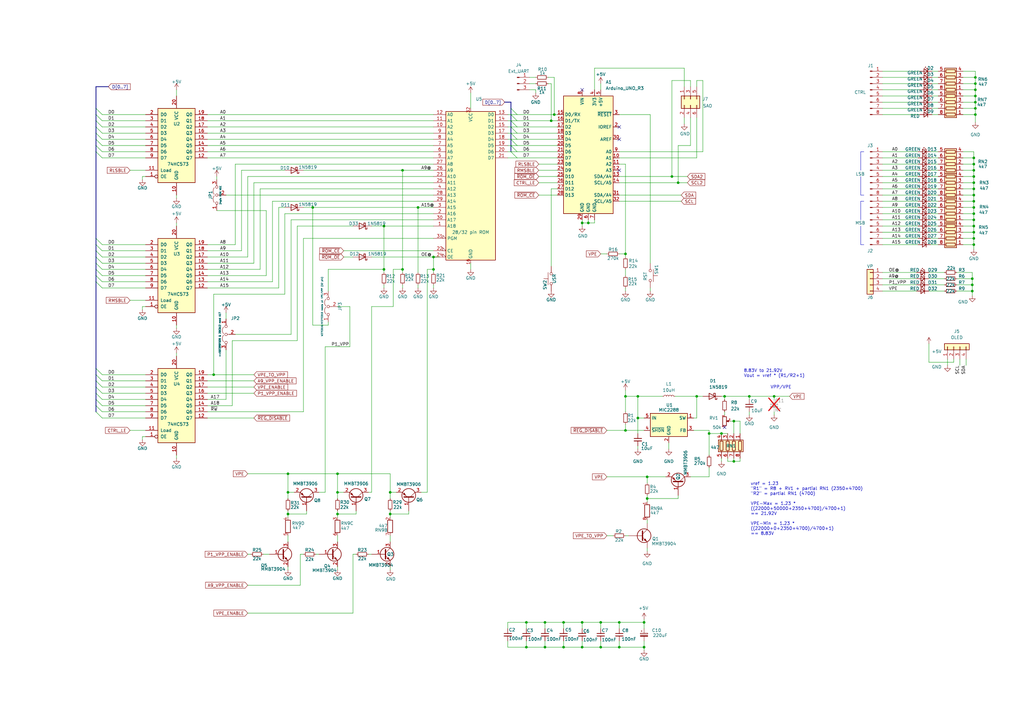
<source format=kicad_sch>
(kicad_sch (version 20231120) (generator "eeschema") (generator_version "8.0")
  (paper "A3")
  (title_block (title "Relatively Universal ROM Programmer") (rev "0") (company "Anders Nielsen") (comment 1 "https://abnielsen.com") (comment 2 "\"Insert some open permissive hardware license here\""))
  (junction (at 399.415 82.55))
  (junction (at 246.38 265.43))
  (junction (at 138.43 210.82))
  (junction (at 400.05 36.83))
  (junction (at 399.415 100.33))
  (junction (at 138.43 194.31))
  (junction (at 317.5 162.56))
  (junction (at 261.62 171.45))
  (junction (at 399.415 69.85))
  (junction (at 87.63 153.67))
  (junction (at 399.415 95.25))
  (junction (at 400.05 31.75))
  (junction (at 238.76 91.44))
  (junction (at 231.14 255.27))
  (junction (at 177.8 110.49))
  (junction (at 399.415 80.01))
  (junction (at 256.54 176.53))
  (junction (at 399.415 90.17))
  (junction (at 307.34 162.56))
  (junction (at 157.48 92.71))
  (junction (at 399.415 97.79))
  (junction (at 165.1 110.49))
  (junction (at 256.54 104.14))
  (junction (at 399.415 64.77))
  (junction (at 399.415 67.31))
  (junction (at 398.78 119.38))
  (junction (at 399.415 77.47))
  (junction (at 215.9 265.43))
  (junction (at 265.43 204.47))
  (junction (at 400.05 34.29))
  (junction (at 227.33 46.99))
  (junction (at 231.14 265.43))
  (junction (at 300.99 172.72))
  (junction (at 400.05 39.37))
  (junction (at 265.43 195.58))
  (junction (at 215.9 255.27))
  (junction (at 400.05 46.99))
  (junction (at 278.13 74.93))
  (junction (at 285.75 162.56))
  (junction (at 256.54 162.56))
  (junction (at 223.52 265.43))
  (junction (at 165.1 69.85))
  (junction (at 238.76 265.43))
  (junction (at 399.415 87.63))
  (junction (at 254 255.27))
  (junction (at 241.3 91.44))
  (junction (at 400.05 44.45))
  (junction (at 118.11 194.31))
  (junction (at 223.52 255.27))
  (junction (at 160.02 201.93))
  (junction (at 295.91 177.8))
  (junction (at 398.78 114.3))
  (junction (at 177.8 105.41))
  (junction (at 226.06 49.53))
  (junction (at 264.16 265.43))
  (junction (at 399.415 85.09))
  (junction (at 238.76 255.27))
  (junction (at 290.83 177.8))
  (junction (at 275.59 72.39))
  (junction (at 118.11 201.93))
  (junction (at 400.05 41.91))
  (junction (at 399.415 92.71))
  (junction (at 171.45 85.09))
  (junction (at 160.02 210.82))
  (junction (at 138.43 201.93))
  (junction (at 297.18 162.56))
  (junction (at 246.38 255.27))
  (junction (at 300.99 189.23))
  (junction (at 128.27 85.09))
  (junction (at 398.78 116.84))
  (junction (at 399.415 74.93))
  (junction (at 118.11 210.82))
  (junction (at 264.16 255.27))
  (junction (at 254 265.43))
  (junction (at 157.48 110.49))
  (junction (at 261.62 162.56))
  (junction (at 399.415 72.39))
  (no_connect (at 254 69.85))
  (no_connect (at 297.18 175.26))
  (no_connect (at 238.76 36.83))
  (no_connect (at 254 52.07))
  (no_connect (at 254 57.15))
  (bus_entry (at 41.91 166.37) (size -2.54 -2.54))
  (bus_entry (at 212.09 57.15) (size -2.54 -2.54))
  (bus_entry (at 41.91 171.45) (size -2.54 -2.54))
  (bus_entry (at 41.91 100.33) (size -2.54 -2.54))
  (bus_entry (at 41.91 161.29) (size -2.54 -2.54))
  (bus_entry (at 41.91 163.83) (size -2.54 -2.54))
  (bus_entry (at 212.09 46.99) (size -2.54 -2.54))
  (bus_entry (at 41.91 62.23) (size -2.54 -2.54))
  (bus_entry (at 41.91 59.69) (size -2.54 -2.54))
  (bus_entry (at 41.91 153.67) (size -2.54 -2.54))
  (bus_entry (at 212.09 54.61) (size -2.54 -2.54))
  (bus_entry (at 41.91 110.49) (size -2.54 -2.54))
  (bus_entry (at 212.09 64.77) (size -2.54 -2.54))
  (bus_entry (at 212.09 49.53) (size -2.54 -2.54))
  (bus_entry (at 41.91 105.41) (size -2.54 -2.54))
  (bus_entry (at 41.91 115.57) (size -2.54 -2.54))
  (bus_entry (at 41.91 118.11) (size -2.54 -2.54))
  (bus_entry (at 41.91 107.95) (size -2.54 -2.54))
  (bus_entry (at 41.91 64.77) (size -2.54 -2.54))
  (bus_entry (at 41.91 46.99) (size -2.54 -2.54))
  (bus_entry (at 41.91 57.15) (size -2.54 -2.54))
  (bus_entry (at 41.91 102.87) (size -2.54 -2.54))
  (bus_entry (at 41.91 168.91) (size -2.54 -2.54))
  (bus_entry (at 212.09 52.07) (size -2.54 -2.54))
  (bus_entry (at 212.09 62.23) (size -2.54 -2.54))
  (bus_entry (at 41.91 158.75) (size -2.54 -2.54))
  (bus_entry (at 212.09 59.69) (size -2.54 -2.54))
  (bus_entry (at 41.91 49.53) (size -2.54 -2.54))
  (bus_entry (at 41.91 156.21) (size -2.54 -2.54))
  (bus_entry (at 41.91 113.03) (size -2.54 -2.54))
  (bus_entry (at 41.91 52.07) (size -2.54 -2.54))
  (bus_entry (at 41.91 54.61) (size -2.54 -2.54))
  (wire (pts (xy 288.29 62.23) (xy 254 62.23)))
  (wire (pts (xy 382.27 29.21) (xy 384.81 29.21)))
  (wire (pts (xy 381.635 92.71) (xy 384.81 92.71)))
  (wire (pts (xy 361.95 114.3) (xy 375.92 114.3)))
  (wire (pts (xy 361.95 87.63) (xy 376.555 87.63)))
  (wire (pts (xy 140.97 105.41) (xy 144.78 105.41)))
  (wire (pts (xy 138.43 232.41) (xy 138.43 233.68)))
  (wire (pts (xy 152.4 201.93) (xy 151.13 201.93)))
  (wire (pts (xy 261.62 162.56) (xy 271.78 162.56)))
  (wire (pts (xy 209.55 49.53) (xy 212.09 49.53)))
  (wire (pts (xy 394.97 80.01) (xy 399.415 80.01)))
  (wire (pts (xy 85.09 59.69) (xy 177.8 59.69)))
  (wire (pts (xy 381 114.3) (xy 387.35 114.3)))
  (wire (pts (xy 96.52 67.31) (xy 177.8 67.31)))
  (wire (pts (xy 160.02 232.41) (xy 160.02 233.68)))
  (wire (pts (xy 160.02 201.93) (xy 162.56 201.93)))
  (wire (pts (xy 212.09 49.53) (xy 226.06 49.53)))
  (wire (pts (xy 399.415 97.79) (xy 399.415 100.33)))
  (wire (pts (xy 398.78 116.84) (xy 398.78 119.38)))
  (wire (pts (xy 160.02 194.31) (xy 160.02 201.93)))
  (wire (pts (xy 266.7 107.95) (xy 266.7 46.99)))
  (wire (pts (xy 41.91 105.41) (xy 59.69 105.41)))
  (wire (pts (xy 399.415 100.33) (xy 399.415 102.235)))
  (wire (pts (xy 276.86 162.56) (xy 285.75 162.56)))
  (wire (pts (xy 138.43 219.71) (xy 138.43 222.25)))
  (wire (pts (xy 285.75 35.56) (xy 285.75 33.02)))
  (wire (pts (xy 41.91 59.69) (xy 59.69 59.69)))
  (wire (pts (xy 59.69 72.39) (xy 58.42 72.39)))
  (wire (pts (xy 238.76 255.27) (xy 246.38 255.27)))
  (wire (pts (xy 361.95 92.71) (xy 376.555 92.71)))
  (wire (pts (xy 209.55 46.99) (xy 212.09 46.99)))
  (wire (pts (xy 138.43 209.55) (xy 138.43 210.82)))
  (bus (pts (xy 39.37 113.03) (xy 39.37 115.57)))
  (wire (pts (xy 361.95 31.75) (xy 377.19 31.75)))
  (wire (pts (xy 134.62 119.38) (xy 134.62 110.49)))
  (wire (pts (xy 223.52 265.43) (xy 231.14 265.43)))
  (wire (pts (xy 361.95 46.99) (xy 377.19 46.99)))
  (wire (pts (xy 256.54 162.56) (xy 256.54 168.91)))
  (bus (pts (xy 209.55 44.45) (xy 209.55 41.91)))
  (bus (pts (xy 39.37 153.67) (xy 39.37 151.13)))
  (wire (pts (xy 157.48 110.49) (xy 157.48 111.76)))
  (wire (pts (xy 361.95 82.55) (xy 376.555 82.55)))
  (wire (pts (xy 41.91 156.21) (xy 59.69 156.21)))
  (wire (pts (xy 215.9 255.27) (xy 223.52 255.27)))
  (wire (pts (xy 300.99 172.72) (xy 303.53 172.72)))
  (wire (pts (xy 295.91 162.56) (xy 297.18 162.56)))
  (wire (pts (xy 133.35 201.93) (xy 130.81 201.93)))
  (wire (pts (xy 399.415 69.85) (xy 399.415 72.39)))
  (bus (pts (xy 39.37 107.95) (xy 39.37 110.49)))
  (wire (pts (xy 381.635 80.01) (xy 384.81 80.01)))
  (wire (pts (xy 288.29 33.02) (xy 288.29 62.23)))
  (wire (pts (xy 393.7 147.32) (xy 393.7 149.86)))
  (wire (pts (xy 381 116.84) (xy 387.35 116.84)))
  (polyline (pts (xy 354.33 82.55) (xy 353.06 82.55)))
  (wire (pts (xy 41.91 118.11) (xy 59.69 118.11)))
  (wire (pts (xy 394.97 36.83) (xy 400.05 36.83)))
  (wire (pts (xy 217.17 34.29) (xy 219.71 34.29)))
  (wire (pts (xy 381.635 82.55) (xy 384.81 82.55)))
  (wire (pts (xy 226.06 49.53) (xy 228.6 49.53)))
  (wire (pts (xy 41.91 115.57) (xy 59.69 115.57)))
  (wire (pts (xy 171.45 85.09) (xy 177.8 85.09)))
  (wire (pts (xy 224.79 31.75) (xy 227.33 31.75)))
  (wire (pts (xy 391.16 148.59) (xy 381 148.59)))
  (wire (pts (xy 265.43 224.79) (xy 265.43 226.06)))
  (wire (pts (xy 209.55 57.15) (xy 212.09 57.15)))
  (wire (pts (xy 382.27 31.75) (xy 384.81 31.75)))
  (wire (pts (xy 87.63 120.65) (xy 87.63 153.67)))
  (wire (pts (xy 264.16 254) (xy 264.16 255.27)))
  (wire (pts (xy 124.46 69.85) (xy 165.1 69.85)))
  (wire (pts (xy 193.04 107.95) (xy 193.04 110.49)))
  (wire (pts (xy 256.54 105.41) (xy 256.54 104.14)))
  (wire (pts (xy 317.5 168.91) (xy 317.5 170.18)))
  (wire (pts (xy 120.65 201.93) (xy 118.11 201.93)))
  (wire (pts (xy 212.09 62.23) (xy 228.6 62.23)))
  (wire (pts (xy 58.42 179.07) (xy 58.42 180.34)))
  (wire (pts (xy 300.99 189.23) (xy 303.53 189.23)))
  (wire (pts (xy 278.13 59.69) (xy 278.13 74.93)))
  (wire (pts (xy 85.09 166.37) (xy 95.25 166.37)))
  (wire (pts (xy 85.09 110.49) (xy 106.68 110.49)))
  (bus (pts (xy 39.37 163.83) (xy 39.37 161.29)))
  (wire (pts (xy 104.14 107.95) (xy 104.14 74.93)))
  (bus (pts (xy 39.37 102.87) (xy 39.37 105.41)))
  (wire (pts (xy 285.75 48.26) (xy 285.75 64.77)))
  (wire (pts (xy 152.4 92.71) (xy 157.48 92.71)))
  (wire (pts (xy 208.28 59.69) (xy 209.55 59.69)))
  (wire (pts (xy 254 64.77) (xy 285.75 64.77)))
  (wire (pts (xy 290.83 195.58) (xy 290.83 191.77)))
  (bus (pts (xy 39.37 62.23) (xy 39.37 97.79)))
  (wire (pts (xy 146.05 210.82) (xy 146.05 209.55)))
  (wire (pts (xy 220.98 74.93) (xy 228.6 74.93)))
  (wire (pts (xy 265.43 195.58) (xy 265.43 198.12)))
  (wire (pts (xy 41.91 158.75) (xy 59.69 158.75)))
  (wire (pts (xy 165.1 69.85) (xy 165.1 110.49)))
  (wire (pts (xy 394.97 92.71) (xy 399.415 92.71)))
  (wire (pts (xy 381.635 62.23) (xy 384.81 62.23)))
  (wire (pts (xy 167.64 209.55) (xy 167.64 210.82)))
  (wire (pts (xy 208.28 265.43) (xy 215.9 265.43)))
  (wire (pts (xy 254 104.14) (xy 256.54 104.14)))
  (wire (pts (xy 381.635 100.33) (xy 384.81 100.33)))
  (bus (pts (xy 39.37 156.21) (xy 39.37 153.67)))
  (wire (pts (xy 254 265.43) (xy 254 262.89)))
  (wire (pts (xy 41.91 52.07) (xy 59.69 52.07)))
  (wire (pts (xy 41.91 161.29) (xy 59.69 161.29)))
  (wire (pts (xy 254 82.55) (xy 279.4 82.55)))
  (wire (pts (xy 41.91 100.33) (xy 59.69 100.33)))
  (wire (pts (xy 394.97 44.45) (xy 400.05 44.45)))
  (wire (pts (xy 59.69 123.19) (xy 53.34 123.19)))
  (wire (pts (xy 138.43 194.31) (xy 160.02 194.31)))
  (wire (pts (xy 254 80.01) (xy 279.4 80.01)))
  (wire (pts (xy 261.62 182.88) (xy 261.62 184.15)))
  (wire (pts (xy 392.43 114.3) (xy 398.78 114.3)))
  (wire (pts (xy 118.11 212.09) (xy 118.11 210.82)))
  (wire (pts (xy 399.415 72.39) (xy 399.415 74.93)))
  (wire (pts (xy 220.98 67.31) (xy 228.6 67.31)))
  (wire (pts (xy 391.16 147.32) (xy 391.16 148.59)))
  (wire (pts (xy 278.13 74.93) (xy 281.94 74.93)))
  (wire (pts (xy 256.54 176.53) (xy 264.16 176.53)))
  (wire (pts (xy 85.09 62.23) (xy 177.8 62.23)))
  (wire (pts (xy 284.48 176.53) (xy 290.83 176.53)))
  (wire (pts (xy 381.635 77.47) (xy 384.81 77.47)))
  (wire (pts (xy 227.33 31.75) (xy 227.33 46.99)))
  (wire (pts (xy 109.22 113.03) (xy 109.22 86.36)))
  (wire (pts (xy 58.42 72.39) (xy 58.42 73.66)))
  (wire (pts (xy 361.95 97.79) (xy 376.555 97.79)))
  (wire (pts (xy 111.76 82.55) (xy 111.76 115.57)))
  (wire (pts (xy 85.09 52.07) (xy 177.8 52.07)))
  (bus (pts (xy 39.37 158.75) (xy 39.37 156.21)))
  (wire (pts (xy 217.17 36.83) (xy 219.71 36.83)))
  (wire (pts (xy 212.09 52.07) (xy 228.6 52.07)))
  (wire (pts (xy 129.54 227.33) (xy 130.81 227.33)))
  (wire (pts (xy 303.53 189.23) (xy 303.53 187.96)))
  (wire (pts (xy 394.97 31.75) (xy 400.05 31.75)))
  (wire (pts (xy 394.97 62.23) (xy 399.415 62.23)))
  (wire (pts (xy 217.17 31.75) (xy 219.71 31.75)))
  (wire (pts (xy 265.43 204.47) (xy 265.43 205.74)))
  (wire (pts (xy 297.18 168.91) (xy 297.18 170.18)))
  (wire (pts (xy 175.26 110.49) (xy 177.8 110.49)))
  (wire (pts (xy 101.6 194.31) (xy 118.11 194.31)))
  (wire (pts (xy 208.28 54.61) (xy 209.55 54.61)))
  (wire (pts (xy 231.14 255.27) (xy 231.14 257.81)))
  (wire (pts (xy 382.27 41.91) (xy 384.81 41.91)))
  (wire (pts (xy 134.62 132.08) (xy 134.62 133.35)))
  (wire (pts (xy 394.97 77.47) (xy 399.415 77.47)))
  (bus (pts (xy 209.55 52.07) (xy 209.55 49.53)))
  (wire (pts (xy 246.38 255.27) (xy 246.38 257.81)))
  (wire (pts (xy 133.35 142.24) (xy 133.35 201.93)))
  (wire (pts (xy 208.28 265.43) (xy 208.28 262.89)))
  (wire (pts (xy 85.09 161.29) (xy 104.14 161.29)))
  (wire (pts (xy 177.8 111.76) (xy 177.8 110.49)))
  (wire (pts (xy 317.5 162.56) (xy 317.5 163.83)))
  (bus (pts (xy 39.37 166.37) (xy 39.37 163.83)))
  (bus (pts (xy 39.37 62.23) (xy 39.37 59.69)))
  (wire (pts (xy 134.62 110.49) (xy 157.48 110.49)))
  (wire (pts (xy 238.76 255.27) (xy 238.76 257.81)))
  (bus (pts (xy 39.37 35.56) (xy 39.37 44.45)))
  (wire (pts (xy 124.46 168.91) (xy 124.46 97.79)))
  (wire (pts (xy 165.1 110.49) (xy 161.29 110.49)))
  (wire (pts (xy 261.62 162.56) (xy 261.62 171.45)))
  (wire (pts (xy 41.91 107.95) (xy 59.69 107.95)))
  (wire (pts (xy 394.97 87.63) (xy 399.415 87.63)))
  (wire (pts (xy 398.78 119.38) (xy 398.78 121.285)))
  (wire (pts (xy 399.415 77.47) (xy 399.415 80.01)))
  (wire (pts (xy 398.78 114.3) (xy 398.78 116.84)))
  (wire (pts (xy 278.13 203.2) (xy 278.13 204.47)))
  (wire (pts (xy 361.95 95.25) (xy 376.555 95.25)))
  (wire (pts (xy 283.21 48.26) (xy 283.21 59.69)))
  (wire (pts (xy 303.53 172.72) (xy 303.53 177.8)))
  (wire (pts (xy 361.95 80.01) (xy 376.555 80.01)))
  (wire (pts (xy 361.95 85.09) (xy 376.555 85.09)))
  (wire (pts (xy 160.02 209.55) (xy 160.02 210.82)))
  (wire (pts (xy 133.35 142.24) (xy 143.51 142.24)))
  (wire (pts (xy 111.76 82.55) (xy 177.8 82.55)))
  (wire (pts (xy 298.45 189.23) (xy 298.45 187.96)))
  (wire (pts (xy 265.43 195.58) (xy 273.05 195.58)))
  (wire (pts (xy 307.34 168.91) (xy 307.34 170.18)))
  (wire (pts (xy 92.71 143.51) (xy 92.71 163.83)))
  (wire (pts (xy 209.55 59.69) (xy 212.09 59.69)))
  (bus (pts (xy 207.01 41.91) (xy 209.55 41.91)))
  (wire (pts (xy 400.05 44.45) (xy 400.05 46.99)))
  (wire (pts (xy 177.8 118.11) (xy 177.8 116.84)))
  (wire (pts (xy 231.14 255.27) (xy 223.52 255.27)))
  (wire (pts (xy 283.21 195.58) (xy 290.83 195.58)))
  (wire (pts (xy 99.06 102.87) (xy 99.06 69.85)))
  (wire (pts (xy 87.63 153.67) (xy 104.14 153.67)))
  (wire (pts (xy 134.62 133.35) (xy 128.27 133.35)))
  (wire (pts (xy 297.18 162.56) (xy 297.18 163.83)))
  (bus (pts (xy 39.37 100.33) (xy 39.37 102.87)))
  (bus (pts (xy 39.37 46.99) (xy 39.37 44.45)))
  (wire (pts (xy 123.19 227.33) (xy 124.46 227.33)))
  (wire (pts (xy 238.76 262.89) (xy 238.76 265.43)))
  (wire (pts (xy 121.92 92.71) (xy 121.92 139.7)))
  (wire (pts (xy 283.21 59.69) (xy 278.13 59.69)))
  (wire (pts (xy 231.14 255.27) (xy 238.76 255.27)))
  (wire (pts (xy 85.09 49.53) (xy 177.8 49.53)))
  (wire (pts (xy 231.14 262.89) (xy 231.14 265.43)))
  (wire (pts (xy 209.55 52.07) (xy 212.09 52.07)))
  (wire (pts (xy 361.95 77.47) (xy 376.555 77.47)))
  (bus (pts (xy 39.37 52.07) (xy 39.37 49.53)))
  (wire (pts (xy 399.415 95.25) (xy 399.415 97.79)))
  (wire (pts (xy 85.09 115.57) (xy 111.76 115.57)))
  (wire (pts (xy 392.43 119.38) (xy 398.78 119.38)))
  (wire (pts (xy 215.9 265.43) (xy 223.52 265.43)))
  (wire (pts (xy 118.11 222.25) (xy 118.11 219.71)))
  (wire (pts (xy 171.45 85.09) (xy 171.45 111.76)))
  (wire (pts (xy 400.05 34.29) (xy 400.05 36.83)))
  (wire (pts (xy 246.38 34.29) (xy 246.38 36.83)))
  (wire (pts (xy 361.95 41.91) (xy 377.19 41.91)))
  (bus (pts (xy 39.37 105.41) (xy 39.37 107.95)))
  (wire (pts (xy 171.45 118.11) (xy 171.45 116.84)))
  (bus (pts (xy 39.37 168.91) (xy 39.37 166.37)))
  (wire (pts (xy 295.91 187.96) (xy 295.91 189.23)))
  (wire (pts (xy 85.09 113.03) (xy 109.22 113.03)))
  (wire (pts (xy 361.95 90.17) (xy 376.555 90.17)))
  (wire (pts (xy 193.04 38.1) (xy 193.04 44.45)))
  (wire (pts (xy 209.55 62.23) (xy 212.09 62.23)))
  (wire (pts (xy 175.26 110.49) (xy 175.26 201.93)))
  (wire (pts (xy 121.92 92.71) (xy 144.78 92.71)))
  (wire (pts (xy 101.6 105.41) (xy 101.6 72.39)))
  (wire (pts (xy 87.63 120.65) (xy 116.84 120.65)))
  (wire (pts (xy 361.95 111.76) (xy 375.92 111.76)))
  (wire (pts (xy 381.635 69.85) (xy 384.81 69.85)))
  (wire (pts (xy 238.76 90.17) (xy 238.76 91.44)))
  (wire (pts (xy 92.71 128.27) (xy 92.71 130.81)))
  (wire (pts (xy 285.75 162.56) (xy 285.75 171.45)))
  (wire (pts (xy 399.415 85.09) (xy 399.415 87.63)))
  (wire (pts (xy 300.99 189.23) (xy 300.99 187.96)))
  (wire (pts (xy 361.95 69.85) (xy 376.555 69.85)))
  (bus (pts (xy 209.55 49.53) (xy 209.55 46.99)))
  (wire (pts (xy 172.72 201.93) (xy 175.26 201.93)))
  (wire (pts (xy 138.43 210.82) (xy 138.43 212.09)))
  (wire (pts (xy 399.415 80.01) (xy 399.415 82.55)))
  (wire (pts (xy 361.95 64.77) (xy 376.555 64.77)))
  (wire (pts (xy 92.71 80.01) (xy 177.8 80.01)))
  (wire (pts (xy 299.72 172.72) (xy 300.99 172.72)))
  (wire (pts (xy 124.46 85.09) (xy 128.27 85.09)))
  (wire (pts (xy 307.34 162.56) (xy 317.5 162.56)))
  (wire (pts (xy 119.38 90.17) (xy 177.8 90.17)))
  (wire (pts (xy 119.38 90.17) (xy 119.38 137.16)))
  (wire (pts (xy 101.6 227.33) (xy 102.87 227.33)))
  (wire (pts (xy 394.97 82.55) (xy 399.415 82.55)))
  (wire (pts (xy 41.91 110.49) (xy 59.69 110.49)))
  (wire (pts (xy 101.6 72.39) (xy 177.8 72.39)))
  (wire (pts (xy 285.75 171.45) (xy 284.48 171.45)))
  (wire (pts (xy 399.415 64.77) (xy 399.415 67.31)))
  (wire (pts (xy 381.635 95.25) (xy 384.81 95.25)))
  (wire (pts (xy 144.78 227.33) (xy 146.05 227.33)))
  (wire (pts (xy 381.635 72.39) (xy 384.81 72.39)))
  (wire (pts (xy 72.39 187.96) (xy 72.39 186.69)))
  (wire (pts (xy 41.91 166.37) (xy 59.69 166.37)))
  (wire (pts (xy 381.635 85.09) (xy 384.81 85.09)))
  (wire (pts (xy 41.91 54.61) (xy 59.69 54.61)))
  (wire (pts (xy 72.39 91.44) (xy 72.39 92.71)))
  (wire (pts (xy 285.75 33.02) (xy 288.29 33.02)))
  (wire (pts (xy 116.84 87.63) (xy 177.8 87.63)))
  (wire (pts (xy 381 111.76) (xy 387.35 111.76)))
  (wire (pts (xy 381.635 74.93) (xy 384.81 74.93)))
  (wire (pts (xy 274.32 184.15) (xy 274.32 181.61)))
  (wire (pts (xy 72.39 144.78) (xy 72.39 146.05)))
  (wire (pts (xy 118.11 233.68) (xy 118.11 232.41)))
  (wire (pts (xy 396.24 147.32) (xy 396.24 149.86)))
  (wire (pts (xy 41.91 113.03) (xy 59.69 113.03)))
  (wire (pts (xy 394.97 67.31) (xy 399.415 67.31)))
  (wire (pts (xy 208.28 255.27) (xy 215.9 255.27)))
  (wire (pts (xy 256.54 119.38) (xy 256.54 118.11)))
  (wire (pts (xy 241.3 91.44) (xy 243.84 91.44)))
  (wire (pts (xy 208.28 62.23) (xy 209.55 62.23)))
  (wire (pts (xy 118.11 194.31) (xy 138.43 194.31)))
  (wire (pts (xy 215.9 255.27) (xy 215.9 257.81)))
  (wire (pts (xy 114.3 85.09) (xy 116.84 85.09)))
  (polyline (pts (xy 353.06 82.55) (xy 353.06 90.17)))
  (wire (pts (xy 85.09 64.77) (xy 177.8 64.77)))
  (wire (pts (xy 41.91 49.53) (xy 59.69 49.53)))
  (wire (pts (xy 238.76 91.44) (xy 238.76 92.71)))
  (wire (pts (xy 118.11 201.93) (xy 118.11 204.47)))
  (wire (pts (xy 85.09 105.41) (xy 101.6 105.41)))
  (wire (pts (xy 381.635 90.17) (xy 384.81 90.17)))
  (wire (pts (xy 152.4 105.41) (xy 177.8 105.41)))
  (wire (pts (xy 124.46 97.79) (xy 177.8 97.79)))
  (wire (pts (xy 144.78 251.46) (xy 144.78 227.33)))
  (wire (pts (xy 257.81 219.71) (xy 256.54 219.71)))
  (wire (pts (xy 382.27 44.45) (xy 384.81 44.45)))
  (wire (pts (xy 361.95 67.31) (xy 376.555 67.31)))
  (wire (pts (xy 215.9 262.89) (xy 215.9 265.43)))
  (wire (pts (xy 41.91 168.91) (xy 59.69 168.91)))
  (wire (pts (xy 243.84 91.44) (xy 243.84 90.17)))
  (wire (pts (xy 104.14 74.93) (xy 177.8 74.93)))
  (wire (pts (xy 381.635 67.31) (xy 384.81 67.31)))
  (wire (pts (xy 256.54 173.99) (xy 256.54 176.53)))
  (wire (pts (xy 160.02 201.93) (xy 160.02 204.47)))
  (wire (pts (xy 246.38 255.27) (xy 254 255.27)))
  (wire (pts (xy 381 148.59) (xy 381 140.97)))
  (wire (pts (xy 280.67 50.8) (xy 280.67 48.26)))
  (wire (pts (xy 226.06 34.29) (xy 226.06 49.53)))
  (wire (pts (xy 161.29 110.49) (xy 161.29 125.73)))
  (wire (pts (xy 394.97 64.77) (xy 399.415 64.77)))
  (wire (pts (xy 160.02 210.82) (xy 160.02 212.09)))
  (wire (pts (xy 118.11 210.82) (xy 125.73 210.82)))
  (wire (pts (xy 138.43 201.93) (xy 138.43 204.47)))
  (wire (pts (xy 85.09 102.87) (xy 99.06 102.87)))
  (wire (pts (xy 227.33 46.99) (xy 228.6 46.99)))
  (wire (pts (xy 394.97 95.25) (xy 399.415 95.25)))
  (wire (pts (xy 208.28 57.15) (xy 209.55 57.15)))
  (wire (pts (xy 238.76 91.44) (xy 241.3 91.44)))
  (wire (pts (xy 400.05 41.91) (xy 400.05 44.45)))
  (wire (pts (xy 157.48 116.84) (xy 157.48 118.11)))
  (wire (pts (xy 246.38 262.89) (xy 246.38 265.43)))
  (bus (pts (xy 39.37 161.29) (xy 39.37 158.75)))
  (polyline (pts (xy 353.06 92.71) (xy 353.06 100.33)))
  (wire (pts (xy 264.16 255.27) (xy 254 255.27)))
  (wire (pts (xy 85.09 171.45) (xy 104.14 171.45)))
  (polyline (pts (xy 354.33 80.01) (xy 353.06 80.01)))
  (wire (pts (xy 58.42 125.73) (xy 58.42 127)))
  (wire (pts (xy 226.06 77.47) (xy 226.06 109.22)))
  (wire (pts (xy 219.71 36.83) (xy 219.71 38.1)))
  (wire (pts (xy 72.39 36.83) (xy 72.39 39.37)))
  (wire (pts (xy 317.5 162.56) (xy 323.85 162.56)))
  (bus (pts (xy 209.55 57.15) (xy 209.55 54.61)))
  (wire (pts (xy 265.43 203.2) (xy 265.43 204.47)))
  (wire (pts (xy 388.62 147.32) (xy 388.62 149.86)))
  (wire (pts (xy 394.97 69.85) (xy 399.415 69.85)))
  (wire (pts (xy 261.62 171.45) (xy 264.16 171.45)))
  (wire (pts (xy 85.09 100.33) (xy 96.52 100.33)))
  (wire (pts (xy 101.6 251.46) (xy 144.78 251.46)))
  (wire (pts (xy 220.98 69.85) (xy 228.6 69.85)))
  (wire (pts (xy 157.48 92.71) (xy 157.48 110.49)))
  (wire (pts (xy 116.84 120.65) (xy 116.84 87.63)))
  (polyline (pts (xy 353.06 100.33) (xy 354.33 100.33)))
  (bus (pts (xy 44.45 35.56) (xy 39.37 35.56)))
  (wire (pts (xy 256.54 67.31) (xy 254 67.31)))
  (wire (pts (xy 248.92 176.53) (xy 256.54 176.53)))
  (wire (pts (xy 241.3 91.44) (xy 241.3 90.17)))
  (wire (pts (xy 88.9 73.66) (xy 88.9 72.39)))
  (wire (pts (xy 208.28 255.27) (xy 208.28 257.81)))
  (wire (pts (xy 261.62 171.45) (xy 261.62 177.8)))
  (wire (pts (xy 180.34 105.41) (xy 177.8 105.41)))
  (wire (pts (xy 254 72.39) (xy 275.59 72.39)))
  (wire (pts (xy 394.97 39.37) (xy 400.05 39.37)))
  (wire (pts (xy 399.415 92.71) (xy 399.415 95.25)))
  (wire (pts (xy 399.415 82.55) (xy 399.415 85.09)))
  (wire (pts (xy 165.1 110.49) (xy 165.1 111.76)))
  (wire (pts (xy 238.76 265.43) (xy 246.38 265.43)))
  (wire (pts (xy 254 74.93) (xy 278.13 74.93)))
  (bus (pts (xy 39.37 115.57) (xy 39.37 151.13)))
  (wire (pts (xy 85.09 163.83) (xy 92.71 163.83)))
  (wire (pts (xy 99.06 69.85) (xy 116.84 69.85)))
  (wire (pts (xy 381.635 97.79) (xy 384.81 97.79)))
  (bus (pts (xy 39.37 57.15) (xy 39.37 54.61)))
  (wire (pts (xy 118.11 209.55) (xy 118.11 210.82)))
  (wire (pts (xy 85.09 54.61) (xy 177.8 54.61)))
  (wire (pts (xy 220.98 72.39) (xy 228.6 72.39)))
  (wire (pts (xy 254 265.43) (xy 264.16 265.43)))
  (wire (pts (xy 382.27 46.99) (xy 384.81 46.99)))
  (wire (pts (xy 394.97 34.29) (xy 400.05 34.29)))
  (wire (pts (xy 298.45 189.23) (xy 300.99 189.23)))
  (wire (pts (xy 243.84 36.83) (xy 243.84 27.94)))
  (wire (pts (xy 165.1 118.11) (xy 165.1 116.84)))
  (wire (pts (xy 399.415 90.17) (xy 399.415 92.71)))
  (wire (pts (xy 300.99 172.72) (xy 300.99 177.8)))
  (wire (pts (xy 394.97 85.09) (xy 399.415 85.09)))
  (wire (pts (xy 212.09 54.61) (xy 228.6 54.61)))
  (wire (pts (xy 152.4 125.73) (xy 152.4 201.93)))
  (wire (pts (xy 151.13 227.33) (xy 152.4 227.33)))
  (wire (pts (xy 290.83 177.8) (xy 290.83 186.69)))
  (wire (pts (xy 361.95 74.93) (xy 376.555 74.93)))
  (wire (pts (xy 110.49 227.33) (xy 107.95 227.33)))
  (wire (pts (xy 118.11 194.31) (xy 118.11 201.93)))
  (wire (pts (xy 297.18 162.56) (xy 307.34 162.56)))
  (wire (pts (xy 224.79 34.29) (xy 226.06 34.29)))
  (bus (pts (xy 209.55 54.61) (xy 209.55 52.07)))
  (wire (pts (xy 399.415 67.31) (xy 399.415 69.85)))
  (wire (pts (xy 208.28 49.53) (xy 209.55 49.53)))
  (wire (pts (xy 361.95 72.39) (xy 376.555 72.39)))
  (wire (pts (xy 361.95 100.33) (xy 376.555 100.33)))
  (wire (pts (xy 400.05 39.37) (xy 400.05 41.91)))
  (wire (pts (xy 381.635 87.63) (xy 384.81 87.63)))
  (wire (pts (xy 307.34 163.83) (xy 307.34 162.56)))
  (wire (pts (xy 254 255.27) (xy 254 257.81)))
  (polyline (pts (xy 353.06 62.23) (xy 353.06 69.85)))
  (wire (pts (xy 138.43 210.82) (xy 146.05 210.82)))
  (wire (pts (xy 399.415 87.63) (xy 399.415 90.17)))
  (wire (pts (xy 265.43 204.47) (xy 278.13 204.47)))
  (wire (pts (xy 361.95 39.37) (xy 377.19 39.37)))
  (wire (pts (xy 361.95 44.45) (xy 377.19 44.45)))
  (bus (pts (xy 39.37 59.69) (xy 39.37 57.15)))
  (wire (pts (xy 85.09 158.75) (xy 104.14 158.75)))
  (bus (pts (xy 39.37 110.49) (xy 39.37 113.03)))
  (wire (pts (xy 212.09 46.99) (xy 227.33 46.99)))
  (wire (pts (xy 264.16 265.43) (xy 264.16 262.89)))
  (wire (pts (xy 361.95 119.38) (xy 375.92 119.38)))
  (bus (pts (xy 39.37 54.61) (xy 39.37 52.07)))
  (wire (pts (xy 106.68 77.47) (xy 106.68 110.49)))
  (wire (pts (xy 208.28 64.77) (xy 212.09 64.77)))
  (wire (pts (xy 361.95 29.21) (xy 377.19 29.21)))
  (wire (pts (xy 399.415 74.93) (xy 399.415 77.47)))
  (wire (pts (xy 361.95 62.23) (xy 376.555 62.23)))
  (wire (pts (xy 85.09 153.67) (xy 87.63 153.67)))
  (wire (pts (xy 392.43 111.76) (xy 398.78 111.76)))
  (wire (pts (xy 254 46.99) (xy 266.7 46.99)))
  (wire (pts (xy 394.97 29.21) (xy 400.05 29.21)))
  (wire (pts (xy 400.05 29.21) (xy 400.05 31.75)))
  (wire (pts (xy 392.43 116.84) (xy 398.78 116.84)))
  (wire (pts (xy 398.78 111.76) (xy 398.78 114.3)))
  (wire (pts (xy 400.05 36.83) (xy 400.05 39.37)))
  (wire (pts (xy 121.92 139.7) (xy 95.25 139.7)))
  (wire (pts (xy 283.21 35.56) (xy 283.21 33.02)))
  (wire (pts (xy 143.51 142.24) (xy 143.51 125.73)))
  (wire (pts (xy 394.97 46.99) (xy 400.05 46.99)))
  (wire (pts (xy 394.97 74.93) (xy 399.415 74.93)))
  (wire (pts (xy 41.91 163.83) (xy 59.69 163.83)))
  (wire (pts (xy 382.27 34.29) (xy 384.81 34.29)))
  (wire (pts (xy 41.91 46.99) (xy 59.69 46.99)))
  (wire (pts (xy 275.59 72.39) (xy 281.94 72.39)))
  (wire (pts (xy 256.54 160.02) (xy 256.54 162.56)))
  (wire (pts (xy 394.97 72.39) (xy 399.415 72.39)))
  (wire (pts (xy 208.28 46.99) (xy 209.55 46.99)))
  (wire (pts (xy 96.52 137.16) (xy 119.38 137.16)))
  (wire (pts (xy 109.22 86.36) (xy 88.9 86.36)))
  (wire (pts (xy 264.16 257.81) (xy 264.16 255.27)))
  (wire (pts (xy 361.95 116.84) (xy 375.92 116.84)))
  (wire (pts (xy 280.67 27.94) (xy 280.67 35.56)))
  (wire (pts (xy 140.97 102.87) (xy 177.8 102.87)))
  (wire (pts (xy 265.43 213.36) (xy 265.43 214.63)))
  (wire (pts (xy 138.43 194.31) (xy 138.43 201.93)))
  (wire (pts (xy 285.75 162.56) (xy 288.29 162.56)))
  (wire (pts (xy 128.27 85.09) (xy 128.27 133.35)))
  (wire (pts (xy 41.91 62.23) (xy 59.69 62.23)))
  (wire (pts (xy 295.91 177.8) (xy 298.45 177.8)))
  (wire (pts (xy 95.25 139.7) (xy 95.25 166.37)))
  (wire (pts (xy 85.09 118.11) (xy 114.3 118.11)))
  (bus (pts (xy 209.55 59.69) (xy 209.55 57.15)))
  (wire (pts (xy 382.27 39.37) (xy 384.81 39.37)))
  (wire (pts (xy 223.52 262.89) (xy 223.52 265.43)))
  (wire (pts (xy 275.59 33.02) (xy 275.59 72.39)))
  (wire (pts (xy 290.83 176.53) (xy 290.83 177.8)))
  (wire (pts (xy 72.39 133.35) (xy 72.39 134.62)))
  (wire (pts (xy 212.09 59.69) (xy 228.6 59.69)))
  (wire (pts (xy 246.38 265.43) (xy 254 265.43)))
  (wire (pts (xy 266.7 118.11) (xy 266.7 119.38)))
  (wire (pts (xy 381 119.38) (xy 387.35 119.38)))
  (wire (pts (xy 208.28 52.07) (xy 209.55 52.07)))
  (wire (pts (xy 256.54 162.56) (xy 261.62 162.56)))
  (polyline (pts (xy 353.06 62.23) (xy 354.33 62.23)))
  (polyline (pts (xy 353.06 72.39) (xy 353.06 80.01)))
  (wire (pts (xy 290.83 177.8) (xy 295.91 177.8)))
  (wire (pts (xy 165.1 69.85) (xy 177.8 69.85)))
  (wire (pts (xy 85.09 156.21) (xy 104.14 156.21)))
  (wire (pts (xy 53.34 69.85) (xy 59.69 69.85)))
  (wire (pts (xy 399.415 62.23) (xy 399.415 64.77)))
  (wire (pts (xy 85.09 107.95) (xy 104.14 107.95)))
  (wire (pts (xy 283.21 33.02) (xy 275.59 33.02)))
  (wire (pts (xy 246.38 104.14) (xy 248.92 104.14)))
  (wire (pts (xy 41.91 102.87) (xy 59.69 102.87)))
  (wire (pts (xy 96.52 100.33) (xy 96.52 67.31)))
  (wire (pts (xy 400.05 31.75) (xy 400.05 34.29)))
  (wire (pts (xy 114.3 118.11) (xy 114.3 85.09)))
  (wire (pts (xy 256.54 110.49) (xy 256.54 113.03)))
  (wire (pts (xy 256.54 67.31) (xy 256.54 104.14)))
  (wire (pts (xy 212.09 57.15) (xy 228.6 57.15)))
  (wire (pts (xy 264.16 266.7) (xy 264.16 265.43)))
  (wire (pts (xy 160.02 210.82) (xy 167.64 210.82)))
  (bus (pts (xy 39.37 49.53) (xy 39.37 46.99)))
  (wire (pts (xy 248.92 195.58) (xy 265.43 195.58)))
  (bus (pts (xy 209.55 62.23) (xy 209.55 59.69)))
  (wire (pts (xy 394.97 90.17) (xy 399.415 90.17)))
  (wire (pts (xy 160.02 219.71) (xy 160.02 222.25)))
  (wire (pts (xy 41.91 153.67) (xy 59.69 153.67)))
  (wire (pts (xy 228.6 77.47) (xy 226.06 77.47)))
  (wire (pts (xy 123.19 240.03) (xy 123.19 227.33)))
  (bus (pts (xy 39.37 97.79) (xy 39.37 100.33)))
  (wire (pts (xy 382.27 36.83) (xy 384.81 36.83)))
  (wire (pts (xy 41.91 57.15) (xy 59.69 57.15)))
  (wire (pts (xy 361.95 36.83) (xy 377.19 36.83)))
  (wire (pts (xy 128.27 85.09) (xy 171.45 85.09)))
  (wire (pts (xy 394.97 41.91) (xy 400.05 41.91)))
  (wire (pts (xy 400.05 46.99) (xy 400.05 50.165)))
  (wire (pts (xy 394.97 100.33) (xy 399.415 100.33)))
  (wire (pts (xy 361.95 34.29) (xy 377.19 34.29)))
  (wire (pts (xy 41.91 171.45) (xy 59.69 171.45)))
  (wire (pts (xy 85.09 168.91) (xy 124.46 168.91)))
  (wire (pts (xy 394.97 97.79) (xy 399.415 97.79)))
  (wire (pts (xy 177.8 105.41) (xy 177.8 110.49)))
  (wire (pts (xy 41.91 64.77) (xy 59.69 64.77)))
  (wire (pts (xy 85.09 57.15) (xy 177.8 57.15)))
  (wire (pts (xy 72.39 80.01) (xy 72.39 81.28)))
  (wire (pts (xy 381.635 64.77) (xy 384.81 64.77)))
  (wire (pts (xy 138.43 201.93) (xy 140.97 201.93)))
  (wire (pts (xy 53.34 176.53) (xy 59.69 176.53)))
  (wire (pts (xy 143.51 125.73) (xy 138.43 125.73)))
  (wire (pts (xy 212.09 64.77) (xy 228.6 64.77)))
  (bus (pts (xy 209.55 46.99) (xy 209.55 44.45)))
  (wire (pts (xy 125.73 210.82) (xy 125.73 209.55)))
  (wire (pts (xy 59.69 179.07) (xy 58.42 179.07)))
  (wire (pts (xy 101.6 240.03) (xy 123.19 240.03)))
  (wire (pts (xy 59.69 125.73) (xy 58.42 125.73)))
  (wire (pts (xy 106.68 77.47) (xy 177.8 77.47)))
  (wire (pts (xy 209.55 54.61) (xy 212.09 54.61)))
  (wire (pts (xy 161.29 125.73) (xy 152.4 125.73)))
  (wire (pts (xy 223.52 255.27) (xy 223.52 257.81)))
  (wire (pts (xy 243.84 27.94) (xy 280.67 27.94)))
  (wire (pts (xy 248.92 219.71) (xy 251.46 219.71)))
  (wire (pts (xy 231.14 265.43) (xy 238.76 265.43)))
  (wire (pts (xy 85.09 46.99) (xy 177.8 46.99)))
  (wire (pts (xy 220.98 80.01) (xy 228.6 80.01)))
  (wire (pts (xy 157.48 92.71) (xy 177.8 92.71)))
  (text "vref = 1.23\n\"R1\" = R8 + RV1 + partial RN1 (2350+4700)\n\"R2\" = partial RN1 (4700)\n\nVPE-Max = 1.23 * \n((22000+50000+2350+4700)/4700+1) \n== 21.92V\n\nVPE-Min = 1.23 * \n((22000+0+2350+4700)/4700+1) \n== 8.83V\n" (at 307.848 219.71 0) (effects (font (size 1.27 1.27)) (justify left bottom)))
  (text "8.83V to 21.92V \nVout = vref * (R1/R2+1)" (at 305.054 154.94 0) (effects (font (size 1.27 1.27)) (justify left bottom)))
  (text "VPP/VPE" (at 315.976 159.639 0) (effects (font (size 1.27 1.27)) (justify left bottom)))
  (label "D3" (at 46.99 161.29 180))
  (label "D1" (at 46.99 49.53 180))
  (label "A6" (at 365.76 77.47 0))
  (label "A17" (at 86.36 163.83 0))
  (label "A2" (at 90.17 52.07 0))
  (label "A9" (at 90.17 102.87 0))
  (label "D1" (at 46.99 102.87 180))
  (label "P1_VPP" (at 135.89 142.24 0))
  (label "A9@" (at 364.49 114.3 0))
  (label "~{RW}" (at 86.36 168.91 0))
  (label "SCL" (at 393.7 149.86 270))
  (label "VPE" (at 364.49 119.38 0))
  (label "A18" (at 86.36 166.37 0))
  (label "A8" (at 365.76 82.55 0))
  (label "A8" (at 90.17 100.33 0))
  (label "A9@" (at 172.72 69.85 0))
  (label "D7" (at 46.99 118.11 180))
  (label "D3" (at 217.17 54.61 180))
  (label "A14" (at 90.17 115.57 0))
  (label "A5" (at 365.76 74.93 0))
  (label "A6" (at 90.1364 62.23 0))
  (label "A11" (at 90.17 107.95 0))
  (label "A3" (at 365.76 69.85 0))
  (label "OE@" (at 172.72 105.41 0))
  (label "A13" (at 90.17 113.03 0))
  (label "A1" (at 365.76 64.77 0))
  (label "OE@" (at 364.49 111.76 0))
  (label "A3" (at 90.17 54.61 0))
  (label "SDA" (at 396.24 149.86 270))
  (label "D2" (at 217.17 52.07 180))
  (label "D7" (at 217.17 64.77 180))
  (label "D4" (at 46.99 163.83 180))
  (label "P1_VPP" (at 364.49 116.84 0))
  (label "D4" (at 46.99 57.15 180))
  (label "A7" (at 90.1364 64.77 0))
  (label "A2" (at 365.76 67.31 0))
  (label "A9" (at 365.76 85.09 0))
  (label "D5" (at 46.99 59.69 180))
  (label "D1" (at 217.17 49.53 180))
  (label "D0" (at 46.99 100.33 180))
  (label "A5" (at 90.1364 59.69 0))
  (label "D0" (at 46.99 46.99 180))
  (label "A11" (at 365.76 90.17 0))
  (label "D7" (at 46.99 64.77 180))
  (label "D6" (at 217.17 62.23 180))
  (label "A12" (at 90.17 110.49 0))
  (label "D5" (at 46.99 166.37 180))
  (label "D7" (at 46.99 171.45 180))
  (label "D2" (at 46.99 52.07 180))
  (label "A4" (at 90.17 57.15 0))
  (label "D3" (at 46.99 54.61 180))
  (label "A10" (at 90.17 105.41 0))
  (label "D6" (at 46.99 62.23 180))
  (label "D5" (at 46.99 113.03 180))
  (label "A1" (at 90.17 49.53 0))
  (label "A7" (at 365.76 80.01 0))
  (label "A15" (at 365.76 100.33 0))
  (label "A15" (at 90.17 118.11 0))
  (label "D2" (at 46.99 105.41 180))
  (label "D3" (at 46.99 107.95 180))
  (label "A0" (at 365.76 62.23 0))
  (label "D6" (at 46.99 115.57 180))
  (label "A4" (at 365.76 72.39 0))
  (label "D2" (at 46.99 158.75 180))
  (label "A12" (at 365.76 92.71 0))
  (label "A0" (at 90.17 46.99 0))
  (label "D1" (at 46.99 156.21 180))
  (label "D0" (at 46.99 153.67 180))
  (label "D4" (at 46.99 110.49 180))
  (label "D5" (at 217.17 59.69 180))
  (label "A14" (at 365.76 97.79 0))
  (label "D0" (at 217.17 46.99 180))
  (label "A15@" (at 172.72 85.09 0))
  (label "D6" (at 46.99 168.91 180))
  (label "D4" (at 217.17 57.15 180))
  (label "A13" (at 365.76 95.25 0))
  (label "A10" (at 365.76 87.63 0))
  (global_label "VPE_TO_VPP" (shape input) (at 248.92 219.71 180) (property "Intersheetrefs" "${INTERSHEET_REFS}" (effects (hide yes))))
  (global_label "A9_VPP_ENABLE" (shape input) (at 104.14 156.21 0) (property "Intersheetrefs" "${INTERSHEET_REFS}" (effects (hide yes))))
  (global_label "D[0..7]" (shape input) (at 44.45 35.56 0) (property "Intersheetrefs" "${INTERSHEET_REFS}" (effects (hide yes))))
  (global_label "A9_VPP_ENABLE" (shape input) (at 101.6 240.03 180) (property "Intersheetrefs" "${INTERSHEET_REFS}" (effects (hide yes))))
  (global_label "SDA" (shape input) (at 279.4 80.01 0) (property "Intersheetrefs" "${INTERSHEET_REFS}" (effects (hide yes))))
  (global_label "~{ROM_CE}" (shape input) (at 220.98 80.01 180) (property "Intersheetrefs" "${INTERSHEET_REFS}" (effects (hide yes))))
  (global_label "~{ROM_OE}" (shape input) (at 140.97 105.41 180) (property "Intersheetrefs" "${INTERSHEET_REFS}" (effects (hide yes))))
  (global_label "~{ROM_OE}" (shape input) (at 220.98 72.39 180) (property "Intersheetrefs" "${INTERSHEET_REFS}" (effects (hide yes))))
  (global_label "P1_VPP_ENABLE" (shape input) (at 104.14 161.29 0) (property "Intersheetrefs" "${INTERSHEET_REFS}" (effects (hide yes))))
  (global_label "VPE" (shape input) (at 248.92 195.58 180) (property "Intersheetrefs" "${INTERSHEET_REFS}" (effects (hide yes))))
  (global_label "D[0..7]" (shape input) (at 207.01 41.91 180) (property "Intersheetrefs" "${INTERSHEET_REFS}" (effects (hide yes))))
  (global_label "SCL2" (shape input) (at 281.94 74.93 0) (property "Intersheetrefs" "${INTERSHEET_REFS}" (effects (hide yes))))
  (global_label "RLSBLE" (shape input) (at 220.98 67.31 180) (property "Intersheetrefs" "${INTERSHEET_REFS}" (effects (hide yes))))
  (global_label "VPE" (shape input) (at 101.6 194.31 180) (property "Intersheetrefs" "${INTERSHEET_REFS}" (effects (hide yes))))
  (global_label "~{ROM_CE}" (shape input) (at 140.97 102.87 180) (property "Intersheetrefs" "${INTERSHEET_REFS}" (effects (hide yes))))
  (global_label "VPE_ENABLE" (shape input) (at 101.6 251.46 180) (property "Intersheetrefs" "${INTERSHEET_REFS}" (effects (hide yes))))
  (global_label "VPE" (shape input) (at 246.38 104.14 180) (property "Intersheetrefs" "${INTERSHEET_REFS}" (effects (hide yes))))
  (global_label "RLSBLE" (shape input) (at 53.34 69.85 180) (property "Intersheetrefs" "${INTERSHEET_REFS}" (effects (hide yes))))
  (global_label "CTRL_LE" (shape input) (at 220.98 74.93 180) (property "Intersheetrefs" "${INTERSHEET_REFS}" (effects (hide yes))))
  (global_label "SCL" (shape input) (at 279.4 82.55 0) (property "Intersheetrefs" "${INTERSHEET_REFS}" (effects (hide yes))))
  (global_label "~{REG_DISABLE}" (shape input) (at 104.14 171.45 0) (property "Intersheetrefs" "${INTERSHEET_REFS}" (effects (hide yes))))
  (global_label "CTRL_LE" (shape input) (at 53.34 176.53 180) (property "Intersheetrefs" "${INTERSHEET_REFS}" (effects (hide yes))))
  (global_label "~{REG_DISABLE}" (shape input) (at 248.92 176.53 180) (property "Intersheetrefs" "${INTERSHEET_REFS}" (effects (hide yes))))
  (global_label "VPE_TO_VPP" (shape input) (at 104.14 153.67 0) (property "Intersheetrefs" "${INTERSHEET_REFS}" (effects (hide yes))))
  (global_label "RMSBLE" (shape input) (at 220.98 69.85 180) (property "Intersheetrefs" "${INTERSHEET_REFS}" (effects (hide yes))))
  (global_label "VPE" (shape input) (at 323.85 162.56 0) (property "Intersheetrefs" "${INTERSHEET_REFS}" (effects (hide yes))))
  (global_label "VPE_ENABLE" (shape input) (at 104.14 158.75 0) (property "Intersheetrefs" "${INTERSHEET_REFS}" (effects (hide yes))))
  (global_label "RMSBLE" (shape input) (at 53.34 123.19 180) (property "Intersheetrefs" "${INTERSHEET_REFS}" (effects (hide yes))))
  (global_label "SDA2" (shape input) (at 281.94 72.39 0) (property "Intersheetrefs" "${INTERSHEET_REFS}" (effects (hide yes))))
  (global_label "P1_VPP_ENABLE" (shape input) (at 101.6 227.33 180) (property "Intersheetrefs" "${INTERSHEET_REFS}" (effects (hide yes))))
  (symbol (lib_name "GND_10") (lib_id "power:GND") (at 238.76 92.71 0) (mirror y) (unit 1)
    (property "Reference" "#PWR018" (effects (hide yes)))
    (property "Value" "GND" (at 239.014 96.774 0))
  )
  (symbol (lib_name "GND_6") (lib_id "power:GND") (at 58.42 180.34 0) (unit 1)
    (property "Reference" "#PWR026" (effects (hide yes)))
    (property "Value" "GND" (at 58.42 183.896 0))
  )
  (symbol (lib_id "Diode:1N5819") (at 120.65 85.09 180) (unit 1)
    (property "Reference" "D11" (at 117.094 84.074 0))
    (property "Value" "1N5819" (at 126.238 83.82 0))
    (property "Footprint" "Diode_SMD:D_SOD-323" (effects (hide yes)))
    (property "Datasheet" "http://www.vishay.com/docs/88525/1n5817.pdf" (effects (hide yes)))
    (property "LCSC" "C191023" (effects (hide yes)))
  )
  (symbol (lib_id "Device:R_Pack04") (at 389.89 95.25 90) (unit 1)
    (property "Reference" "RN5" (at 403.352 93.218 90))
    (property "Value" "4k7" (at 403.352 95.504 90))
    (property "Footprint" "Resistor_SMD:R_Array_Convex_4x0603" (effects (hide yes)))
    (property "LCSC" "C1980" (effects (hide yes)))
  )
  (symbol (lib_id "Connector_Generic:Conn_01x04") (at 356.87 114.3 0) (mirror y) (unit 1)
    (property "Reference" "J6" (at 358.14 121.92 0) (effects (justify left)))
    (property "Value" "VP" (at 358.14 109.22 0) (effects (justify left)))
    (property "Footprint" "Connector_PinSocket_2.54mm:PinSocket_1x04_P2.54mm_Vertical" (effects (hide yes)))
  )
  (symbol (lib_id "Device:R_Small") (at 222.25 34.29 90) (unit 1)
    (property "Reference" "R11" (at 222.25 36.322 90))
    (property "Value" "1k" (at 222.25 37.846 90))
    (property "Footprint" "Resistor_SMD:R_0603_1608Metric" (effects (hide yes)))
  )
  (symbol (lib_id "Device:R_Small") (at 389.89 116.84 90) (unit 1)
    (property "Reference" "R7" (at 394.462 115.824 90))
    (property "Value" "22k" (at 389.89 116.84 90))
    (property "Footprint" "Resistor_SMD:R_0603_1608Metric" (effects (hide yes)))
  )
  (symbol (lib_id "Device:R_Small") (at 127 227.33 90) (unit 1)
    (property "Reference" "R24" (at 127 225.552 90))
    (property "Value" "22k" (at 127 229.362 90))
    (property "Footprint" "Resistor_SMD:R_0603_1608Metric" (effects (hide yes)))
  )
  (symbol (lib_id "Device:R_Small") (at 256.54 107.95 180) (unit 1)
    (property "Reference" "R14" (at 257.81 106.934 0) (effects (justify right)))
    (property "Value" "22k" (at 257.81 109.22 0) (effects (justify right)))
    (property "Footprint" "Resistor_SMD:R_0603_1608Metric" (effects (hide yes)))
  )
  (symbol (lib_id "Device:R_Small") (at 389.89 119.38 90) (unit 1)
    (property "Reference" "R9" (at 394.462 118.364 90))
    (property "Value" "22k" (at 389.89 119.38 90))
    (property "Footprint" "Resistor_SMD:R_0603_1608Metric" (effects (hide yes)))
  )
  (symbol (lib_name "GND_12") (lib_id "power:GND") (at 138.43 233.68 0) (unit 1)
    (property "Reference" "#PWR016" (effects (hide yes)))
    (property "Value" "GND" (at 138.43 237.236 0))
  )
  (symbol (lib_name "GND_6") (lib_id "power:GND") (at 72.39 134.62 0) (unit 1)
    (property "Reference" "#PWR08" (effects (hide yes)))
    (property "Value" "GND" (at 72.39 138.176 0))
  )
  (symbol (lib_name "MMBT3904_1") (lib_id "Transistor_BJT:MMBT3904") (at 262.89 219.71 0) (unit 1)
    (property "Reference" "Q1" (at 267.462 220.98 0) (effects (justify left)))
    (property "Value" "MMBT3904" (at 267.208 223.012 0) (effects (justify left)))
    (property "Footprint" "Package_TO_SOT_SMD:SOT-23" (effects (hide yes)))
    (property "Datasheet" "https://www.onsemi.com/pub/Collateral/2N3903-D.PDF" (effects (hide yes)))
    (property "LCSC" "C20526" (effects (hide yes)))
  )
  (symbol (lib_name "GND_10") (lib_id "power:GND") (at 256.54 119.38 0) (unit 1)
    (property "Reference" "#PWR033" (effects (hide yes)))
    (property "Value" "GND" (at 256.54 122.936 0))
  )
  (symbol (lib_id "Device:LED_Small") (at 379.73 46.99 0) (mirror y) (unit 1)
    (property "Reference" "D9" (at 381.635 45.72 0))
    (property "Value" "RED" (at 375.285 47.625 0))
    (property "Footprint" "LED_SMD:LED_0603_1608Metric" (effects (hide yes)))
    (property "LCSC" "C2286" (effects (hide yes)))
  )
  (symbol (lib_name "+5V_4") (lib_id "power:+5V") (at 72.39 144.78 0) (unit 1)
    (property "Reference" "#PWR024" (effects (hide yes)))
    (property "Value" "+5V" (at 72.39 140.97 0))
  )
  (symbol (lib_id "Device:R_Small") (at 105.41 227.33 90) (unit 1)
    (property "Reference" "R25" (at 105.41 225.552 90))
    (property "Value" "22k" (at 105.41 229.108 90))
    (property "Footprint" "Resistor_SMD:R_0603_1608Metric" (effects (hide yes)))
  )
  (symbol (lib_id "Device:C_Small") (at 261.62 180.34 0) (unit 1)
    (property "Reference" "C1" (at 263.144 182.118 0) (effects (justify left)))
    (property "Value" "10uF" (at 262.89 183.896 0) (effects (justify left)))
    (property "Footprint" "Capacitor_SMD:C_1206_3216Metric" (effects (hide yes)))
    (property "LCSC" "C13585" (effects (hide yes)))
  )
  (symbol (lib_name "GND_2") (lib_id "power:GND") (at 264.16 266.7 0) (unit 1)
    (property "Reference" "#PWR03" (effects (hide yes)))
    (property "Value" "GND" (at 264.16 270.256 0))
  )
  (symbol (lib_id "Diode:1N5819") (at 292.1 162.56 180) (unit 1)
    (property "Reference" "D1" (at 292.4175 156.21 0))
    (property "Value" "1N5819" (at 294.64 158.75 0))
    (property "Footprint" "Diode_SMD:D_SOD-323" (effects (hide yes)))
    (property "Datasheet" "http://www.vishay.com/docs/88525/1n5817.pdf" (effects (hide yes)))
    (property "LCSC" "C191023" (effects (hide yes)))
  )
  (symbol (lib_name "GND_7") (lib_id "power:GND") (at 165.1 118.11 0) (unit 1)
    (property "Reference" "#PWR028" (effects (hide yes)))
    (property "Value" "GND" (at 165.1 121.666 0))
  )
  (symbol (lib_name "GND_3") (lib_id "power:GND") (at 317.5 170.18 0) (unit 1)
    (property "Reference" "#PWR020" (effects (hide yes)))
    (property "Value" "GND" (at 317.5 175.26 0))
  )
  (symbol (lib_id "Device:C_Small") (at 307.34 166.37 0) (unit 1)
    (property "Reference" "C9" (at 307.848 164.592 0) (effects (justify left)))
    (property "Value" "10uF" (at 308.102 168.402 0) (effects (justify left)))
    (property "Footprint" "Capacitor_SMD:C_1206_3216Metric" (effects (hide yes)))
    (property "LCSC" "C13585" (effects (hide yes)))
  )
  (symbol (lib_id "Device:LED_Small") (at 379.095 80.01 0) (mirror y) (unit 1)
    (property "Reference" "D20" (at 382.27 78.994 0))
    (property "Value" "GREEN" (at 374.396 78.994 0))
    (property "Footprint" "LED_SMD:LED_0805_2012Metric" (effects (hide yes)))
    (property "LCSC" "C2297" (effects (hide yes)))
  )
  (symbol (lib_id "Device:LED_Small") (at 379.095 69.85 0) (mirror y) (unit 1)
    (property "Reference" "D16" (at 382.27 68.834 0))
    (property "Value" "GREEN" (at 374.396 68.834 0))
    (property "Footprint" "LED_SMD:LED_0805_2012Metric" (effects (hide yes)))
    (property "LCSC" "C2297" (effects (hide yes)))
  )
  (symbol (lib_id "Device:R_Pack04_Split") (at 265.43 209.55 180) (unit 1)
    (property "Reference" "RN9" (at 266.7 208.534 0) (effects (justify right)))
    (property "Value" "4k7" (at 266.7 210.312 0) (effects (justify right)))
    (property "Footprint" "Resistor_SMD:R_Array_Convex_4x0603" (effects (hide yes)))
    (property "LCSC" "C1980" (effects (hide yes)))
  )
  (symbol (lib_id "Connector_Generic:Conn_02x03_Odd_Even") (at 283.21 40.64 90) (mirror x) (unit 1)
    (property "Reference" "J7" (at 288.036 40.64 90) (effects (justify right)))
    (property "Value" "SAO" (at 288.29 43.434 90) (effects (justify right)))
    (property "Footprint" "Connector_PinHeader_2.54mm:PinHeader_2x03_P2.54mm_Vertical" (effects (hide yes)))
  )
  (symbol (lib_id "Device:LED_Small") (at 379.095 82.55 0) (mirror y) (unit 1)
    (property "Reference" "D21" (at 382.27 81.534 0))
    (property "Value" "GREEN" (at 374.396 81.534 0))
    (property "Footprint" "LED_SMD:LED_0805_2012Metric" (effects (hide yes)))
    (property "LCSC" "C2297" (effects (hide yes)))
  )
  (symbol (lib_id "Regulator_Switching:AP3012") (at 274.32 173.99 0) (unit 1)
    (property "Reference" "U1" (at 274.574 166.116 0))
    (property "Value" "MIC2288" (at 274.32 168.148 0))
    (property "Footprint" "Package_TO_SOT_SMD:SOT-23-5" (effects (hide yes)))
    (property "Datasheet" "https://ww1.microchip.com/downloads/en/DeviceDoc/MIC2288-Data-Sheet-DS20006034C.pdf" (effects (hide yes)))
    (property "LCSC" "C181783" (effects (hide yes)))
  )
  (symbol (lib_id "Device:R_Small") (at 138.43 207.01 0) (unit 1)
    (property "Reference" "R30" (at 139.446 205.994 0) (effects (justify left)))
    (property "Value" "22k" (at 139.446 208.026 0) (effects (justify left)))
    (property "Footprint" "Resistor_SMD:R_0603_1608Metric" (effects (hide yes)))
  )
  (symbol (lib_id "Device:C_Small") (at 208.28 260.35 0) (unit 1)
    (property "Reference" "C2" (at 208.661 258.318 0) (effects (justify left)))
    (property "Value" "100nF" (at 208.661 261.874 0) (effects (justify left)))
    (property "Footprint" "Capacitor_SMD:C_0603_1608Metric" (effects (hide yes)))
  )
  (symbol (lib_id "Device:R_Small") (at 171.45 114.3 0) (unit 1)
    (property "Reference" "R13" (at 172.212 113.284 0) (effects (justify left)))
    (property "Value" "22k" (at 172.466 115.316 0) (effects (justify left)))
    (property "Footprint" "Resistor_SMD:R_0603_1608Metric" (effects (hide yes)))
  )
  (symbol (lib_id "Device:LED_Small") (at 379.73 39.37 0) (mirror y) (unit 1)
    (property "Reference" "D6" (at 381.635 38.1 0))
    (property "Value" "GREEN" (at 375.285 40.005 0))
    (property "Footprint" "LED_SMD:LED_0805_2012Metric" (effects (hide yes)))
    (property "LCSC" "C2297" (effects (hide yes)))
  )
  (symbol (lib_name "R_Pack04_1") (lib_id "Device:R_Pack04") (at 389.89 64.77 90) (unit 1)
    (property "Reference" "RN2" (at 403.098 66.294 90))
    (property "Value" "4k7" (at 403.098 68.326 90))
    (property "Footprint" "Resistor_SMD:R_Array_Convex_4x0603" (effects (hide yes)))
    (property "LCSC" "C1980" (effects (hide yes)))
  )
  (symbol (lib_name "+5V_5") (lib_id "power:+5V") (at 72.39 36.83 0) (unit 1)
    (property "Reference" "#PWR06" (effects (hide yes)))
    (property "Value" "+5V" (at 72.39 33.528 0))
  )
  (symbol (lib_id "Transistor_BJT:MMBT3904") (at 135.89 227.33 0) (unit 1)
    (property "Reference" "Q4" (at 132.842 232.156 0) (effects (justify left)))
    (property "Value" "MMBT3904" (at 128.016 233.934 0) (effects (justify left)))
    (property "Footprint" "Package_TO_SOT_SMD:SOT-23" (effects (hide yes)))
    (property "Datasheet" "https://www.onsemi.com/pub/Collateral/2N3903-D.PDF" (effects (hide yes)))
    (property "LCSC" "C20526" (effects (hide yes)))
  )
  (symbol (lib_id "Connector:Conn_01x08_Male") (at 356.87 90.17 0) (unit 1)
    (property "Reference" "J2" (at 356.87 102.87 0))
    (property "Value" "MSB" (at 352.806 91.44 0))
    (property "Footprint" "Connector_PinHeader_2.54mm:PinHeader_1x08_P2.54mm_Vertical" (effects (hide yes)))
  )
  (symbol (lib_id "Device:R_Pack04_Split") (at 118.11 215.9 180) (unit 4)
    (property "Reference" "RN9" (at 119.634 214.63 0) (effects (justify right)))
    (property "Value" "4k7" (at 119.888 216.408 0) (effects (justify right)))
    (property "Footprint" "Resistor_SMD:R_Array_Convex_4x0603" (effects (hide yes)))
    (property "LCSC" "C1980" (effects (hide yes)))
  )
  (symbol (lib_id "Device:R_Small") (at 254 219.71 90) (unit 1)
    (property "Reference" "R2" (at 253.746 217.932 90))
    (property "Value" "22k" (at 254 221.488 90))
    (property "Footprint" "Resistor_SMD:R_0603_1608Metric" (effects (hide yes)))
  )
  (symbol (lib_id "Device:L_Small") (at 274.32 162.56 90) (unit 1)
    (property "Reference" "L1" (at 274.32 157.48 90))
    (property "Value" "10uH" (at 274.32 160.02 90))
    (property "Footprint" "Inductor_SMD:L_Taiyo-Yuden_MD-4040" (effects (hide yes)))
    (property "LCSC" "C497774" (effects (hide yes)))
  )
  (symbol (lib_id "Connector:Conn_01x08_Male") (at 356.87 69.85 0) (unit 1)
    (property "Reference" "J3" (at 356.87 59.69 0))
    (property "Value" "LSB" (at 352.806 71.374 0))
    (property "Footprint" "Connector_PinHeader_2.54mm:PinHeader_1x08_P2.54mm_Vertical" (effects (hide yes)))
  )
  (symbol (lib_id "Device:R_Pack04_Split") (at 160.02 215.9 180) (unit 2)
    (property "Reference" "RN9" (at 159.004 217.424 0) (effects (justify left)))
    (property "Value" "4k7" (at 159.004 215.646 0) (effects (justify left)))
    (property "Footprint" "Resistor_SMD:R_Array_Convex_4x0603" (effects (hide yes)))
    (property "LCSC" "C1980" (effects (hide yes)))
  )
  (symbol (lib_name "+5V_4") (lib_id "power:+5V") (at 88.9 72.39 0) (unit 1)
    (property "Reference" "#PWR023" (effects (hide yes)))
    (property "Value" "+5V" (at 88.9 69.088 0))
  )
  (symbol (lib_id "Jumper:Jumper_3_Open") (at 92.71 137.16 90) (mirror x) (unit 1)
    (property "Reference" "JP2" (at 96.52 130.556 90))
    (property "Value" ">=SST39SF020 & 28C512 need A17" (at 90.17 137.16 0) (effects (font (size 0.65 0.65))))
    (property "Footprint" "Connector_PinHeader_2.54mm:PinHeader_1x03_P2.54mm_Vertical_SolderJumpers" (effects (hide yes)))
  )
  (symbol (lib_id "Connector:Conn_01x08_Male") (at 356.87 36.83 0) (unit 1)
    (property "Reference" "J1" (at 357.124 26.924 0))
    (property "Value" "CTRL" (at 352.806 37.846 0))
    (property "Footprint" "Connector_PinHeader_2.54mm:PinHeader_1x08_P2.54mm_Vertical" (effects (hide yes)))
  )
  (symbol (lib_id "Connector:Conn_01x03_Male") (at 212.09 34.29 0) (unit 1)
    (property "Reference" "J4" (at 212.725 26.67 0))
    (property "Value" "Ext_UART" (at 212.725 29.21 0))
    (property "Footprint" "Connector_PinHeader_2.54mm:PinHeader_1x03_P2.54mm_Vertical" (effects (hide yes)))
  )
  (symbol (lib_id "Device:LED_Small") (at 379.095 72.39 0) (mirror y) (unit 1)
    (property "Reference" "D17" (at 382.27 71.374 0))
    (property "Value" "GREEN" (at 374.396 71.374 0))
    (property "Footprint" "LED_SMD:LED_0805_2012Metric" (effects (hide yes)))
    (property "LCSC" "C2297" (effects (hide yes)))
  )
  (symbol (lib_name "GND_7") (lib_id "power:GND") (at 177.8 118.11 0) (unit 1)
    (property "Reference" "#PWR030" (effects (hide yes)))
    (property "Value" "GND" (at 177.8 121.666 0))
  )
  (symbol (lib_id "Device:C_Small") (at 238.76 260.35 0) (unit 1)
    (property "Reference" "C6" (at 239.141 258.826 0) (effects (justify left)))
    (property "Value" "100nF" (at 239.141 262.382 0) (effects (justify left)))
    (property "Footprint" "Capacitor_SMD:C_0603_1608Metric" (effects (hide yes)))
  )
  (symbol (lib_id "Device:C_Small") (at 231.14 260.35 0) (unit 1)
    (property "Reference" "C5" (at 231.775 258.318 0) (effects (justify left)))
    (property "Value" "100nF" (at 231.521 262.128 0) (effects (justify left)))
    (property "Footprint" "Capacitor_SMD:C_0603_1608Metric" (effects (hide yes)))
  )
  (symbol (lib_id "Device:R_Small") (at 251.46 104.14 90) (unit 1)
    (property "Reference" "R16" (at 251.46 102.362 90))
    (property "Value" "270k" (at 251.46 105.918 90))
    (property "Footprint" "Resistor_SMD:R_0603_1608Metric" (effects (hide yes)))
  )
  (symbol (lib_id "Device:R_Small") (at 165.1 114.3 0) (unit 1)
    (property "Reference" "R19" (at 165.862 113.03 0) (effects (justify left)))
    (property "Value" "22k" (at 166.116 114.554 0) (effects (justify left)))
    (property "Footprint" "Resistor_SMD:R_0603_1608Metric" (effects (hide yes)))
  )
  (symbol (lib_id "Device:R_Potentiometer_Small") (at 297.18 172.72 0) (unit 1)
    (property "Reference" "RV1" (at 294.64 171.4499 0) (effects (justify right)))
    (property "Value" "50k" (at 295.91 175.26 0) (effects (justify right)))
    (property "Footprint" "Potentiometer_SMD:Potentiometer_Bourns_TC33X_Vertical" (effects (hide yes)))
    (property "LCSC" "C913246" (effects (hide yes)))
  )
  (symbol (lib_id "Device:LED_Small") (at 379.095 87.63 0) (mirror y) (unit 1)
    (property "Reference" "D23" (at 382.27 86.614 0))
    (property "Value" "GREEN" (at 374.396 86.614 0))
    (property "Footprint" "LED_SMD:LED_0805_2012Metric" (effects (hide yes)))
    (property "LCSC" "C2297" (effects (hide yes)))
  )
  (symbol (lib_id "Device:R_Small") (at 118.11 207.01 0) (unit 1)
    (property "Reference" "R31" (at 119.126 206.248 0) (effects (justify left)))
    (property "Value" "22k" (at 119.126 208.026 0) (effects (justify left)))
    (property "Footprint" "Resistor_SMD:R_0603_1608Metric" (effects (hide yes)))
  )
  (symbol (lib_id "Switch:SW_Push") (at 226.06 114.3 90) (unit 1)
    (property "Reference" "SW2" (at 223.52 116.84 0))
    (property "Value" "USR" (at 227.33 114.3 0))
    (property "Footprint" "Button_Switch_SMD:SW_SPST_TL3342" (effects (hide yes)))
    (property "LCSC" "C318884" (effects (hide yes)))
  )
  (symbol (lib_name "GND_15") (lib_id "power:GND") (at 266.7 119.38 0) (unit 1)
    (property "Reference" "#PWR0103" (effects (hide yes)))
    (property "Value" "GND" (at 266.7 122.936 0))
  )
  (symbol (lib_name "GND_14") (lib_id "power:GND") (at 400.05 50.165 0) (mirror y) (unit 1)
    (property "Reference" "#PWR011" (effects (hide yes)))
    (property "Value" "GND" (at 400.05 55.245 0))
  )
  (symbol (lib_name "GND_9") (lib_id "power:GND") (at 398.78 121.285 0) (unit 1)
    (property "Reference" "#PWR0105" (effects (hide yes)))
    (property "Value" "GND" (at 394.97 123.825 0))
  )
  (symbol (lib_id "74xx:74LS573") (at 72.39 166.37 0) (unit 1)
    (property "Reference" "U4" (at 71.12 157.48 0) (effects (justify left)))
    (property "Value" "74HC573" (at 68.58 173.99 0) (effects (justify left)))
    (property "Footprint" "Package_SO:TSSOP-20_4.4x6.5mm_P0.65mm" (effects (hide yes)))
    (property "Datasheet" "74xx/74hc573.pdf" (effects (hide yes)))
    (property "LCSC" "C3151971" (effects (hide yes)))
  )
  (symbol (lib_name "GND_16") (lib_id "power:GND") (at 219.71 38.1 0) (unit 1)
    (property "Reference" "#PWR014" (effects (hide yes)))
    (property "Value" "GND" (at 219.71 41.91 0))
  )
  (symbol (lib_id "Device:R_Small") (at 290.83 189.23 180) (unit 1)
    (property "Reference" "R5" (at 286.004 188.214 0))
    (property "Value" "270k" (at 287.02 189.992 0))
    (property "Footprint" "Resistor_SMD:R_0603_1608Metric" (effects (hide yes)))
  )
  (symbol (lib_name "GND_5") (lib_id "power:GND") (at 72.39 81.28 0) (unit 1)
    (property "Reference" "#PWR0107" (effects (hide yes)))
    (property "Value" "GND" (at 72.39 84.709 0))
  )
  (symbol (lib_name "GND_8") (lib_id "power:GND") (at 226.06 119.38 0) (unit 1)
    (property "Reference" "#PWR032" (effects (hide yes)))
    (property "Value" "GND" (at 226.06 122.936 0))
  )
  (symbol (lib_name "+5V_2") (lib_id "power:+5V") (at 256.54 160.02 0) (unit 1)
    (property "Reference" "#PWR01" (effects (hide yes)))
    (property "Value" "+5V" (at 256.54 156.464 0))
  )
  (symbol (lib_name "GND_1") (lib_id "power:GND") (at 399.415 102.235 0) (mirror y) (unit 1)
    (property "Reference" "#PWR0104" (effects (hide yes)))
    (property "Value" "GND" (at 399.415 106.045 0))
  )
  (symbol (lib_id "Device:LED_Small") (at 378.46 111.76 0) (mirror y) (unit 1)
    (property "Reference" "D29" (at 382.524 110.744 0))
    (property "Value" "RED" (at 375.158 110.744 0))
    (property "Footprint" "LED_SMD:LED_0603_1608Metric" (effects (hide yes)))
    (property "LCSC" "C2286" (effects (hide yes)))
  )
  (symbol (lib_id "Device:LED_Small") (at 378.46 116.84 0) (mirror y) (unit 1)
    (property "Reference" "D31" (at 382.524 115.824 0))
    (property "Value" "RED" (at 375.158 115.824 0))
    (property "Footprint" "LED_SMD:LED_0603_1608Metric" (effects (hide yes)))
    (property "LCSC" "C2286" (effects (hide yes)))
  )
  (symbol (lib_id "Device:R_Pack04") (at 389.89 85.09 90) (unit 1)
    (property "Reference" "RN4" (at 403.606 84.836 90))
    (property "Value" "4k7" (at 403.352 87.122 90))
    (property "Footprint" "Resistor_SMD:R_Array_Convex_4x0603" (effects (hide yes)))
    (property "LCSC" "C1980" (effects (hide yes)))
  )
  (symbol (lib_id "74xx:74LS573") (at 72.39 113.03 0) (unit 1)
    (property "Reference" "U3" (at 71.12 104.14 0) (effects (justify left)))
    (property "Value" "74HC573" (at 68.58 120.65 0) (effects (justify left)))
    (property "Footprint" "Package_SO:TSSOP-20_4.4x6.5mm_P0.65mm" (effects (hide yes)))
    (property "Datasheet" "74xx/74hc573.pdf" (effects (hide yes)))
    (property "LCSC" "C3151971" (effects (hide yes)))
  )
  (symbol (lib_name "GND_4") (lib_id "power:GND") (at 265.43 226.06 0) (unit 1)
    (property "Reference" "#PWR05" (effects (hide yes)))
    (property "Value" "GND" (at 265.43 231.14 0))
  )
  (symbol (lib_id "Device:LED_Small") (at 379.095 90.17 0) (mirror y) (unit 1)
    (property "Reference" "D24" (at 382.27 89.154 0))
    (property "Value" "GREEN" (at 374.396 89.154 0))
    (property "Footprint" "LED_SMD:LED_0805_2012Metric" (effects (hide yes)))
    (property "LCSC" "C2297" (effects (hide yes)))
  )
  (symbol (lib_id "Device:R_Pack04") (at 298.45 182.88 180) (unit 1)
    (property "Reference" "RN1" (at 297.815 182.88 0) (effects (justify right)))
    (property "Value" "4k7" (at 291.465 183.515 0) (effects (justify right)))
    (property "Footprint" "Resistor_SMD:R_Array_Convex_4x0603" (effects (hide yes)))
    (property "LCSC" "C1980" (effects (hide yes)))
  )
  (symbol (lib_id "Device:R_Small") (at 256.54 115.57 0) (unit 1)
    (property "Reference" "R15" (at 261.366 114.554 0) (effects (justify right)))
    (property "Value" "22k" (at 261.366 116.332 0) (effects (justify right)))
    (property "Footprint" "Resistor_SMD:R_0603_1608Metric" (effects (hide yes)))
  )
  (symbol (lib_id "Diode:1N5819") (at 120.65 69.85 180) (unit 1)
    (property "Reference" "D10" (at 116.84 68.834 0))
    (property "Value" "1N5819" (at 126.238 68.58 0))
    (property "Footprint" "Diode_SMD:D_SOD-323" (effects (hide yes)))
    (property "Datasheet" "http://www.vishay.com/docs/88525/1n5817.pdf" (effects (hide yes)))
    (property "LCSC" "C191023" (effects (hide yes)))
  )
  (symbol (lib_name "GND_3") (lib_id "power:GND") (at 307.34 170.18 0) (unit 1)
    (property "Reference" "#PWR019" (effects (hide yes)))
    (property "Value" "GND" (at 307.34 173.736 0))
  )
  (symbol (lib_id "Device:LED_Small") (at 379.095 64.77 0) (mirror y) (unit 1)
    (property "Reference" "D14" (at 382.27 63.754 0))
    (property "Value" "GREEN" (at 374.396 63.754 0))
    (property "Footprint" "LED_SMD:LED_0805_2012Metric" (effects (hide yes)))
    (property "LCSC" "C2297" (effects (hide yes)))
  )
  (symbol (lib_id "Transistor_BJT:MMBT3906") (at 167.64 204.47 270) (mirror x) (unit 1)
    (property "Reference" "Q6" (at 170.688 204.978 90) (effects (justify left)))
    (property "Value" "MMBT3906" (at 162.56 198.628 90) (effects (justify left)))
    (property "Footprint" "Package_TO_SOT_SMD:SOT-23" (effects (hide yes)))
    (property "Datasheet" "https://www.onsemi.com/pub/Collateral/2N3906-D.PDF" (effects (hide yes)))
    (property "LCSC" "C7420354" (effects (hide yes)))
  )
  (symbol (lib_id "Device:LED_Small") (at 379.095 92.71 0) (mirror y) (unit 1)
    (property "Reference" "D25" (at 382.27 91.694 0))
    (property "Value" "GREEN" (at 374.396 91.694 0))
    (property "Footprint" "LED_SMD:LED_0805_2012Metric" (effects (hide yes)))
    (property "LCSC" "C2297" (effects (hide yes)))
  )
  (symbol (lib_id "Device:C_Small") (at 215.9 260.35 0) (unit 1)
    (property "Reference" "C3" (at 216.027 258.572 0) (effects (justify left)))
    (property "Value" "100nF" (at 216.535 262.128 0) (effects (justify left)))
    (property "Footprint" "Capacitor_SMD:C_0603_1608Metric" (effects (hide yes)))
  )
  (symbol (lib_id "Device:LED_Small") (at 379.095 77.47 0) (mirror y) (unit 1)
    (property "Reference" "D19" (at 382.27 76.454 0))
    (property "Value" "GREEN" (at 374.396 76.454 0))
    (property "Footprint" "LED_SMD:LED_0805_2012Metric" (effects (hide yes)))
    (property "LCSC" "C2297" (effects (hide yes)))
  )
  (symbol (lib_id "Device:R_Small") (at 222.25 31.75 90) (unit 1)
    (property "Reference" "R10" (at 222.504 28.448 90))
    (property "Value" "1k" (at 222.504 29.972 90))
    (property "Footprint" "Resistor_SMD:R_0603_1608Metric" (effects (hide yes)))
  )
  (symbol (lib_id "Diode:1N5819") (at 148.59 92.71 180) (unit 1)
    (property "Reference" "D33" (at 145.034 91.694 0))
    (property "Value" "1N5819" (at 154.432 91.694 0))
    (property "Footprint" "Diode_SMD:D_SOD-323" (effects (hide yes)))
    (property "Datasheet" "http://www.vishay.com/docs/88525/1n5817.pdf" (effects (hide yes)))
    (property "LCSC" "C191023" (effects (hide yes)))
  )
  (symbol (lib_id "Device:LED_Small") (at 379.73 41.91 0) (mirror y) (unit 1)
    (property "Reference" "D7" (at 381.635 40.64 0))
    (property "Value" "GREEN" (at 375.285 42.545 0))
    (property "Footprint" "LED_SMD:LED_0805_2012Metric" (effects (hide yes)))
    (property "LCSC" "C2297" (effects (hide yes)))
  )
  (symbol (lib_id "Device:R_Small") (at 177.8 114.3 0) (unit 1)
    (property "Reference" "R21" (at 178.816 113.03 0) (effects (justify left)))
    (property "Value" "22k" (at 178.816 114.808 0) (effects (justify left)))
    (property "Footprint" "Resistor_SMD:R_0603_1608Metric" (effects (hide yes)))
  )
  (symbol (lib_id "Device:LED_Small") (at 378.46 119.38 0) (mirror y) (unit 1)
    (property "Reference" "D32" (at 382.524 118.364 0))
    (property "Value" "RED" (at 375.158 118.364 0))
    (property "Footprint" "LED_SMD:LED_0603_1608Metric" (effects (hide yes)))
    (property "LCSC" "C2286" (effects (hide yes)))
  )
  (symbol (lib_name "GND_6") (lib_id "power:GND") (at 72.39 187.96 0) (unit 1)
    (property "Reference" "#PWR09" (effects (hide yes)))
    (property "Value" "GND" (at 72.39 191.516 0))
  )
  (symbol (lib_id "Diode:1N5819") (at 148.59 105.41 180) (unit 1)
    (property "Reference" "D12" (at 145.288 104.14 0))
    (property "Value" "1N5819" (at 154.686 104.14 0))
    (property "Footprint" "Diode_SMD:D_SOD-323" (effects (hide yes)))
    (property "Datasheet" "http://www.vishay.com/docs/88525/1n5817.pdf" (effects (hide yes)))
    (property "LCSC" "C191023" (effects (hide yes)))
  )
  (symbol (lib_id "Device:LED_Small") (at 379.73 36.83 0) (mirror y) (unit 1)
    (property "Reference" "D5" (at 381.635 35.56 0))
    (property "Value" "GREEN" (at 375.285 37.465 0))
    (property "Footprint" "LED_SMD:LED_0805_2012Metric" (effects (hide yes)))
    (property "LCSC" "C2297" (effects (hide yes)))
  )
  (symbol (lib_id "Device:R_Small") (at 160.02 207.01 0) (unit 1)
    (property "Reference" "R29" (at 161.036 205.994 0) (effects (justify left)))
    (property "Value" "22k" (at 161.29 208.026 0) (effects (justify left)))
    (property "Footprint" "Resistor_SMD:R_0603_1608Metric" (effects (hide yes)))
  )
  (symbol (lib_id "Device:LED_Small") (at 379.095 67.31 0) (mirror y) (unit 1)
    (property "Reference" "D15" (at 382.27 66.294 0))
    (property "Value" "GREEN" (at 374.396 66.294 0))
    (property "Footprint" "LED_SMD:LED_0805_2012Metric" (effects (hide yes)))
    (property "LCSC" "C2297" (effects (hide yes)))
  )
  (symbol (lib_name "GND_6") (lib_id "power:GND") (at 58.42 127 0) (unit 1)
    (property "Reference" "#PWR027" (effects (hide yes)))
    (property "Value" "GND" (at 58.42 130.556 0))
  )
  (symbol (lib_id "Device:LED_Small") (at 379.73 34.29 0) (mirror y) (unit 1)
    (property "Reference" "D4" (at 381.635 33.02 0))
    (property "Value" "GREEN" (at 375.285 34.925 0))
    (property "Footprint" "LED_SMD:LED_0805_2012Metric" (effects (hide yes)))
    (property "LCSC" "C2297" (effects (hide yes)))
  )
  (symbol (lib_name "+5V_1") (lib_id "power:+5V") (at 264.16 254 0) (unit 1)
    (property "Reference" "#PWR02" (effects (hide yes)))
    (property "Value" "+5V" (at 263.906 249.428 0))
  )
  (symbol (lib_name "GND_7") (lib_id "power:GND") (at 171.45 118.11 0) (unit 1)
    (property "Reference" "#PWR029" (effects (hide yes)))
    (property "Value" "GND" (at 171.45 121.666 0))
  )
  (symbol (lib_id "Device:LED_Small") (at 378.46 114.3 0) (mirror y) (unit 1)
    (property "Reference" "D30" (at 382.524 113.284 0))
    (property "Value" "RED" (at 375.158 113.284 0))
    (property "Footprint" "LED_SMD:LED_0603_1608Metric" (effects (hide yes)))
    (property "LCSC" "C2286" (effects (hide yes)))
  )
  (symbol (lib_id "Device:R_Small") (at 157.48 114.3 0) (unit 1)
    (property "Reference" "R12" (at 158.242 113.284 0) (effects (justify left)))
    (property "Value" "22k" (at 158.496 115.316 0) (effects (justify left)))
    (property "Footprint" "Resistor_SMD:R_0603_1608Metric" (effects (hide yes)))
  )
  (symbol (lib_id "Device:LED_Small") (at 379.73 44.45 0) (mirror y) (unit 1)
    (property "Reference" "D8" (at 381.635 43.18 0))
    (property "Value" "GREEN" (at 375.285 45.085 0))
    (property "Footprint" "LED_SMD:LED_0805_2012Metric" (effects (hide yes)))
    (property "LCSC" "C2297" (effects (hide yes)))
  )
  (symbol (lib_id "Jumper:Jumper_3_Open") (at 134.62 125.73 90) (unit 1)
    (property "Reference" "JP3" (at 139.446 125.73 0))
    (property "Value" "W27C010/AT27C010 needs p1 VPE/VPP (32 pin)" (at 132.08 125.73 0) (effects (font (size 0.65 0.65))))
    (property "Footprint" "Jumper:SolderJumper-3_P1.3mm_Open_RoundedPad1.0x1.5mm" (effects (hide yes)))
  )
  (symbol (lib_name "GND_3") (lib_id "power:GND") (at 274.32 184.15 0) (unit 1)
    (property "Reference" "#PWR04" (effects (hide yes)))
    (property "Value" "GND" (at 274.32 189.23 0))
  )
  (symbol (lib_id "Transistor_BJT:MMBT3906") (at 125.73 204.47 270) (mirror x) (unit 1)
    (property "Reference" "Q8" (at 128.778 205.232 90) (effects (justify left)))
    (property "Value" "MMBT3906" (at 120.142 198.374 90) (effects (justify left)))
    (property "Footprint" "Package_TO_SOT_SMD:SOT-23" (effects (hide yes)))
    (property "Datasheet" "https://www.onsemi.com/pub/Collateral/2N3906-D.PDF" (effects (hide yes)))
    (property "LCSC" "C7420354" (effects (hide yes)))
  )
  (symbol (lib_id "Device:R_Small") (at 265.43 200.66 0) (unit 1)
    (property "Reference" "R4" (at 266.446 199.644 0) (effects (justify left)))
    (property "Value" "22k" (at 266.446 201.422 0) (effects (justify left)))
    (property "Footprint" "Resistor_SMD:R_0603_1608Metric" (effects (hide yes)))
  )
  (symbol (lib_id "Device:C_Small") (at 246.38 260.35 0) (unit 1)
    (property "Reference" "C7" (at 246.761 258.572 0) (effects (justify left)))
    (property "Value" "100nF" (at 246.761 262.382 0) (effects (justify left)))
    (property "Footprint" "Capacitor_SMD:C_0603_1608Metric" (effects (hide yes)))
  )
  (symbol (lib_name "GND_7") (lib_id "power:GND") (at 157.48 118.11 0) (unit 1)
    (property "Reference" "#PWR031" (effects (hide yes)))
    (property "Value" "GND" (at 157.48 121.666 0))
  )
  (symbol (lib_name "GND_11") (lib_id "power:GND") (at 118.11 233.68 0) (unit 1)
    (property "Reference" "#PWR017" (effects (hide yes)))
    (property "Value" "GND" (at 118.11 237.236 0))
  )
  (symbol (lib_name "+5V_3") (lib_id "power:+5V") (at 72.39 91.44 0) (unit 1)
    (property "Reference" "#PWR022" (effects (hide yes)))
    (property "Value" "+5V" (at 72.39 87.63 0))
  )
  (symbol (lib_id "Device:LED_Small") (at 379.095 95.25 0) (mirror y) (unit 1)
    (property "Reference" "D26" (at 382.27 94.234 0))
    (property "Value" "GREEN" (at 374.396 94.234 0))
    (property "Footprint" "LED_SMD:LED_0805_2012Metric" (effects (hide yes)))
    (property "LCSC" "C2297" (effects (hide yes)))
  )
  (symbol (lib_id "Device:LED_Small") (at 379.095 74.93 0) (mirror y) (unit 1)
    (property "Reference" "D18" (at 382.27 73.914 0))
    (property "Value" "GREEN" (at 374.396 73.914 0))
    (property "Footprint" "LED_SMD:LED_0805_2012Metric" (effects (hide yes)))
    (property "LCSC" "C2297" (effects (hide yes)))
  )
  (symbol (lib_id "Connector_Generic:Conn_01x04") (at 391.16 142.24 90) (unit 1)
    (property "Reference" "J5" (at 392.43 135.89 90))
    (property "Value" "OLED" (at 392.43 138.43 90))
    (property "Footprint" "Connector_PinSocket_2.54mm:PinSocket_1x04_P2.54mm_Vertical" (effects (hide yes)))
  )
  (symbol (lib_id "Transistor_BJT:MMBT3906") (at 278.13 198.12 270) (mirror x) (unit 1)
    (property "Reference" "Q2" (at 278.13 196.85 0) (effects (justify left)))
    (property "Value" "MMBT3906" (at 281.178 194.818 0) (effects (justify left)))
    (property "Footprint" "Package_TO_SOT_SMD:SOT-23" (effects (hide yes)))
    (property "Datasheet" "https://www.onsemi.com/pub/Collateral/2N3906-D.PDF" (effects (hide yes)))
    (property "LCSC" "C7420354" (effects (hide yes)))
  )
  (symbol (lib_id "Device:LED_Small") (at 379.095 100.33 0) (mirror y) (unit 1)
    (property "Reference" "D28" (at 382.27 99.314 0))
    (property "Value" "GREEN" (at 374.396 99.314 0))
    (property "Footprint" "LED_SMD:LED_0805_2012Metric" (effects (hide yes)))
    (property "LCSC" "C2297" (effects (hide yes)))
  )
  (symbol (lib_id "Device:C_Small") (at 254 260.35 0) (unit 1)
    (property "Reference" "C8" (at 255.143 258.572 0) (effects (justify left)))
    (property "Value" "100nF" (at 254.889 262.128 0) (effects (justify left)))
    (property "Footprint" "Capacitor_SMD:C_0603_1608Metric" (effects (hide yes)))
  )
  (symbol (lib_name "+5V_6") (lib_id "power:+5V") (at 246.38 34.29 0) (unit 1)
    (property "Reference" "#PWR034" (effects (hide yes)))
    (property "Value" "+5V" (at 246.38 30.48 0))
  )
  (symbol (lib_id "power:GND") (at 388.62 149.86 0) (unit 1)
    (property "Reference" "#PWR0101" (effects (hide yes)))
    (property "Value" "GND" (at 384.175 150.495 0))
  )
  (symbol (lib_id "Device:R_Small") (at 389.89 111.76 90) (unit 1)
    (property "Reference" "R3" (at 394.462 110.744 90))
    (property "Value" "22k" (at 390.144 109.982 90))
    (property "Footprint" "Resistor_SMD:R_0603_1608Metric" (effects (hide yes)))
  )
  (symbol (lib_id "Device:R_Pack04") (at 389.89 31.75 90) (unit 1)
    (property "Reference" "RN6" (at 403.098 32.512 90))
    (property "Value" "4k7" (at 403.098 34.544 90))
    (property "Footprint" "Resistor_SMD:R_Array_Convex_4x0603" (effects (hide yes)))
    (property "LCSC" "C1980" (effects (hide yes)))
  )
  (symbol (lib_id "Device:R_Pack04") (at 389.89 74.93 90) (unit 1)
    (property "Reference" "RN3" (at 403.606 74.93 90))
    (property "Value" "4k7" (at 403.606 77.216 90))
    (property "Footprint" "Resistor_SMD:R_Array_Convex_4x0603" (effects (hide yes)))
    (property "LCSC" "C1980" (effects (hide yes)))
  )
  (symbol (lib_id "Device:C_Polarized_Small") (at 264.16 260.35 0) (unit 1)
    (property "Reference" "C10" (at 267.335 258.5338 0) (effects (justify left)))
    (property "Value" "220uF" (at 267.716 260.604 0) (effects (justify left)))
    (property "Footprint" "Capacitor_SMD:CP_Elec_6.3x5.4" (effects (hide yes)))
    (property "LCSC" "C131120" (effects (hide yes)))
  )
  (symbol (lib_id "Device:LED_Small") (at 379.73 31.75 0) (mirror y) (unit 1)
    (property "Reference" "D3" (at 381.635 30.48 0))
    (property "Value" "GREEN" (at 375.285 32.385 0))
    (property "Footprint" "LED_SMD:LED_0805_2012Metric" (effects (hide yes)))
    (property "LCSC" "C2297" (effects (hide yes)))
  )
  (symbol (lib_id "Memory_Flash:SST39SF040") (at 193.04 77.47 0) (unit 1)
    (property "Reference" "U5" (at 195.0594 40.64 0) (effects (justify left)))
    (property "Value" "28/32 pin ROM" (at 185.42 95.25 0) (effects (justify left)))
    (property "Footprint" "Socket:DIP_Socket-32_W11.9_W12.7_W15.24_W17.78_W18.5_3M_232-1285-00-0602J" (effects (hide yes)))
    (property "Datasheet" "http://ww1.microchip.com/downloads/en/DeviceDoc/25022B.pdf" (effects (hide yes)))
  )
  (symbol (lib_id "Jumper:Jumper_3_Open") (at 88.9 80.01 90) (unit 1)
    (property "Reference" "JP1" (at 86.36 80.01 0))
    (property "Value" "24pin ROM VCC" (at 90.424 80.01 0) (effects (font (size 0.65 0.65))))
    (property "Footprint" "Connector_PinHeader_2.54mm:PinHeader_1x03_P2.54mm_Vertical_SolderJumpers" (effects (hide yes)))
  )
  (symbol (lib_id "Device:R_Small") (at 148.59 227.33 90) (unit 1)
    (property "Reference" "R23" (at 148.59 225.552 90))
    (property "Value" "22k" (at 148.59 229.108 90))
    (property "Footprint" "Resistor_SMD:R_0603_1608Metric" (effects (hide yes)))
  )
  (symbol (lib_name "GND_3") (lib_id "power:GND") (at 261.62 184.15 0) (unit 1)
    (property "Reference" "#PWR07" (effects (hide yes)))
    (property "Value" "GND" (at 261.62 189.23 0))
  )
  (symbol (lib_id "Device:C_Small") (at 223.52 260.35 0) (unit 1)
    (property "Reference" "C4" (at 224.155 258.572 0) (effects (justify left)))
    (property "Value" "100nF" (at 224.155 262.128 0) (effects (justify left)))
    (property "Footprint" "Capacitor_SMD:C_0603_1608Metric" (effects (hide yes)))
  )
  (symbol (lib_id "Device:LED_Small") (at 379.095 62.23 0) (mirror y) (unit 1)
    (property "Reference" "D13" (at 382.27 61.214 0))
    (property "Value" "GREEN" (at 374.396 61.214 0))
    (property "Footprint" "LED_SMD:LED_0805_2012Metric" (effects (hide yes)))
    (property "LCSC" "C2297" (effects (hide yes)))
  )
  (symbol (lib_id "Transistor_BJT:MMBT3904") (at 157.48 227.33 0) (unit 1)
    (property "Reference" "Q3" (at 158.75 227.33 0) (effects (justify left)))
    (property "Value" "MMBT3904" (at 151.13 231.775 0) (effects (justify left)))
    (property "Footprint" "Package_TO_SOT_SMD:SOT-23" (effects (hide yes)))
    (property "Datasheet" "https://www.onsemi.com/pub/Collateral/2N3903-D.PDF" (effects (hide yes)))
    (property "LCSC" "C20526" (effects (hide yes)))
  )
  (symbol (lib_id "Device:C_Polarized_Small") (at 317.5 166.37 0) (unit 1) (dnp yes)
    (property "Reference" "C11" (at 317.754 164.338 0) (effects (justify left)))
    (property "Value" "NC" (at 317.754 168.148 0) (effects (justify left)))
    (property "Footprint" "Capacitor_SMD:CP_Elec_5x5.4" (effects (hide yes)))
  )
  (symbol (lib_id "Device:LED_Small") (at 379.73 29.21 0) (mirror y) (unit 1)
    (property "Reference" "D2" (at 381.635 27.94 0))
    (property "Value" "GREEN" (at 375.285 29.845 0))
    (property "Footprint" "LED_SMD:LED_0805_2012Metric" (effects (hide yes)))
    (property "LCSC" "C2297" (effects (hide yes)))
  )
  (symbol (lib_id "Switch:SW_Push") (at 266.7 113.03 270) (unit 1)
    (property "Reference" "SW1" (at 269.24 110.49 0))
    (property "Value" "RST" (at 264.668 113.284 0))
    (property "Footprint" "Button_Switch_SMD:SW_SPST_TL3342" (effects (hide yes)))
    (property "LCSC" "C318884" (effects (hide yes)))
  )
  (symbol (lib_name "GND_8") (lib_id "power:GND") (at 193.04 110.49 0) (unit 1)
    (property "Reference" "#PWR013" (effects (hide yes)))
    (property "Value" "GND" (at 193.04 114.046 0))
  )
  (symbol (lib_id "Device:R_Small") (at 297.18 166.37 0) (unit 1)
    (property "Reference" "R8" (at 299.72 165.0999 0) (effects (justify left)))
    (property "Value" "22k" (at 299.72 167.6399 0) (effects (justify left)))
    (property "Footprint" "Resistor_SMD:R_0603_1608Metric" (effects (hide yes)))
  )
  (symbol (lib_name "+5V_4") (lib_id "power:+5V") (at 92.71 128.27 0) (unit 1)
    (property "Reference" "#PWR010" (effects (hide yes)))
    (property "Value" "+5V" (at 92.71 124.968 0))
  )
  (symbol (lib_name "GND_10") (lib_id "power:GND") (at 280.67 50.8 0) (mirror y) (unit 1)
    (property "Reference" "#PWR035" (effects (hide yes)))
    (property "Value" "GND" (at 280.924 54.864 0))
  )
  (symbol (lib_id "Device:R_Pack04_Split") (at 138.43 215.9 180) (unit 3)
    (property "Reference" "RN9" (at 139.7 214.63 0) (effects (justify right)))
    (property "Value" "4k7" (at 139.7 216.662 0) (effects (justify right)))
    (property "Footprint" "Resistor_SMD:R_Array_Convex_4x0603" (effects (hide yes)))
    (property "LCSC" "C1980" (effects (hide yes)))
  )
  (symbol (lib_name "+5V_6") (lib_id "power:+5V") (at 193.04 38.1 0) (unit 1)
    (property "Reference" "#PWR012" (effects (hide yes)))
    (property "Value" "+5V" (at 193.04 34.29 0))
  )
  (symbol (lib_id "Device:R_Small") (at 389.89 114.3 90) (unit 1)
    (property "Reference" "R6" (at 394.462 113.284 90))
    (property "Value" "22k" (at 389.89 114.3 90))
    (property "Footprint" "Resistor_SMD:R_0603_1608Metric" (effects (hide yes)))
  )
  (symbol (lib_id "Transistor_BJT:MMBT3904") (at 115.57 227.33 0) (unit 1)
    (property "Reference" "Q5" (at 106.934 231.902 0) (effects (justify left)))
    (property "Value" "MMBT3904" (at 106.934 233.426 0) (effects (justify left)))
    (property "Footprint" "Package_TO_SOT_SMD:SOT-23" (effects (hide yes)))
    (property "Datasheet" "https://www.onsemi.com/pub/Collateral/2N3903-D.PDF" (effects (hide yes)))
    (property "LCSC" "C20526" (effects (hide yes)))
  )
  (symbol (lib_name "GND_3") (lib_id "power:GND") (at 295.91 189.23 0) (unit 1)
    (property "Reference" "#PWR021" (effects (hide yes)))
    (property "Value" "GND" (at 295.91 194.31 0))
  )
  (symbol (lib_id "Device:LED_Small") (at 379.095 85.09 0) (mirror y) (unit 1)
    (property "Reference" "D22" (at 382.27 84.074 0))
    (property "Value" "GREEN" (at 374.396 84.074 0))
    (property "Footprint" "LED_SMD:LED_0805_2012Metric" (effects (hide yes)))
    (property "LCSC" "C2297" (effects (hide yes)))
  )
  (symbol (lib_id "power:+5V") (at 381 140.97 0) (unit 1)
    (property "Reference" "#PWR0102" (effects (hide yes)))
    (property "Value" "+5V" (at 384.175 144.145 0))
  )
  (symbol (lib_id "Device:R_Small") (at 256.54 171.45 0) (unit 1)
    (property "Reference" "R1" (at 257.302 170.434 0) (effects (justify left)))
    (property "Value" "22k" (at 257.302 172.466 0) (effects (justify left)))
    (property "Footprint" "Resistor_SMD:R_0603_1608Metric" (effects (hide yes)))
  )
  (symbol (lib_id "MCU_Module:Arduino_UNO_R3") (at 241.3 62.23 0) (unit 1) (in_bom no)
    (property "Reference" "A1" (at 248.3994 33.655 0) (effects (justify left)))
    (property "Value" "Arduino_UNO_R3" (at 248.3994 36.195 0) (effects (justify left)))
    (property "Footprint" "Module:Arduino_UNO_R3" (effects (hide yes)))
    (property "Datasheet" "https://www.arduino.cc/en/Main/arduinoBoardUno" (effects (hide yes)))
  )
  (symbol (lib_id "Device:LED_Small") (at 379.095 97.79 0) (mirror y) (unit 1)
    (property "Reference" "D27" (at 382.27 96.774 0))
    (property "Value" "GREEN" (at 374.396 96.774 0))
    (property "Footprint" "LED_SMD:LED_0805_2012Metric" (effects (hide yes)))
    (property "LCSC" "C2297" (effects (hide yes)))
  )
  (symbol (lib_id "Device:R_Pack04") (at 389.89 41.91 90) (unit 1)
    (property "Reference" "RN7" (at 402.844 40.894 90))
    (property "Value" "4k7" (at 402.59 42.926 90))
    (property "Footprint" "Resistor_SMD:R_Array_Convex_4x0603" (effects (hide yes)))
    (property "LCSC" "C1980" (effects (hide yes)))
  )
  (symbol (lib_name "GND_5") (lib_id "power:GND") (at 58.42 73.66 0) (unit 1)
    (property "Reference" "#PWR025" (effects (hide yes)))
    (property "Value" "GND" (at 58.42 77.089 0))
  )
  (symbol (lib_id "Transistor_BJT:MMBT3906") (at 146.05 204.47 270) (mirror x) (unit 1)
    (property "Reference" "Q7" (at 149.352 204.724 90) (effects (justify left)))
    (property "Value" "MMBT3906" (at 140.97 198.374 90) (effects (justify left)))
    (property "Footprint" "Package_TO_SOT_SMD:SOT-23" (effects (hide yes)))
    (property "Datasheet" "https://www.onsemi.com/pub/Collateral/2N3906-D.PDF" (effects (hide yes)))
    (property "LCSC" "C7420354" (effects (hide yes)))
  )
  (symbol (lib_id "74xx:74LS573") (at 72.39 59.69 0) (unit 1)
    (property "Reference" "U2" (at 71.12 50.8 0) (effects (justify left)))
    (property "Value" "74HC573" (at 68.58 67.31 0) (effects (justify left)))
    (property "Footprint" "Package_SO:TSSOP-20_4.4x6.5mm_P0.65mm" (effects (hide yes)))
    (property "Datasheet" "74xx/74hc573.pdf" (effects (hide yes)))
    (property "LCSC" "C3151971" (effects (hide yes)))
  )
  (symbol (lib_name "GND_13") (lib_id "power:GND") (at 160.02 233.68 0) (unit 1)
    (property "Reference" "#PWR015" (effects (hide yes)))
    (property "Value" "GND" (at 160.274 237.49 0))
  )
)
</source>
